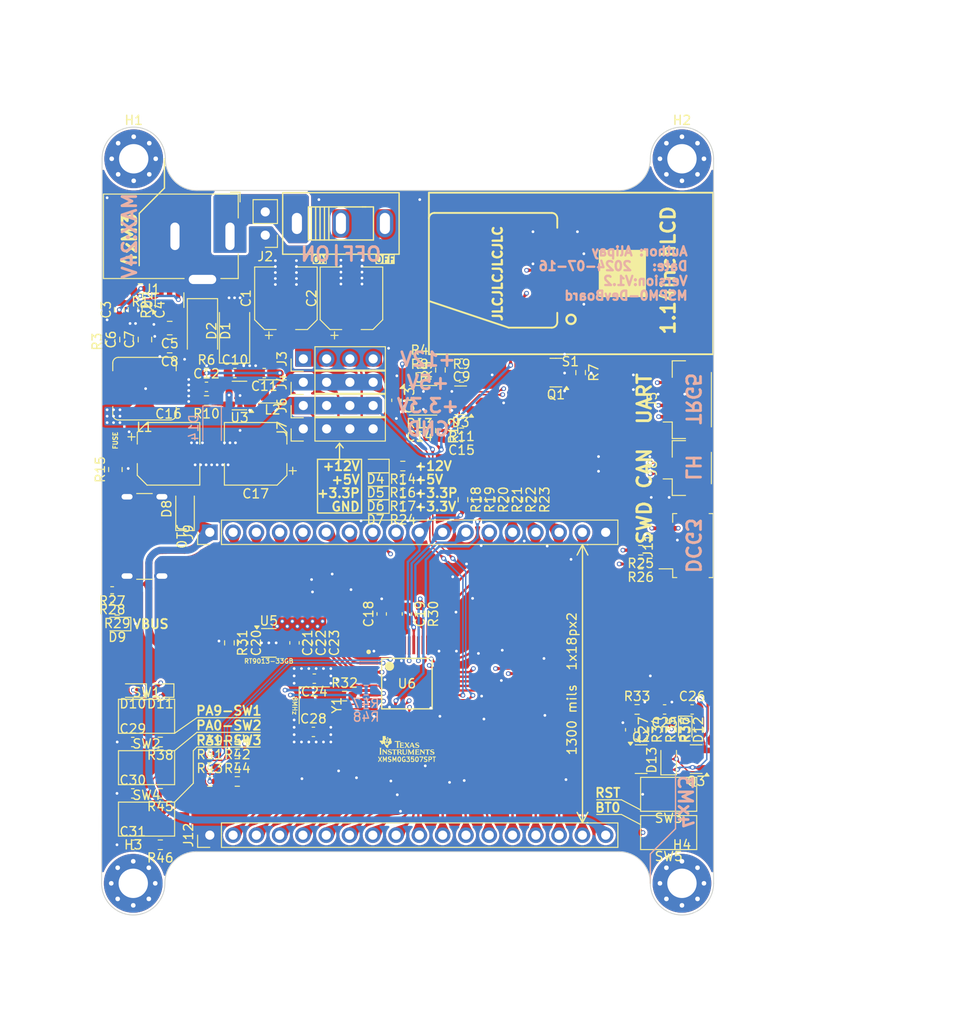
<source format=kicad_pcb>
(kicad_pcb (version 20240108) (generator "pcbnew") (generator_version "8.0")
  (layers (0 "F.Cu" signal) (1 "In1.Cu" signal) (2 "In2.Cu" signal) (31 "B.Cu" signal) (34 "B.Paste" user) (35 "F.Paste" user) (36 "B.SilkS" user "B.Silkscreen") (37 "F.SilkS" user "F.Silkscreen") (38 "B.Mask" user) (39 "F.Mask" user) (44 "Edge.Cuts" user))
  (net 0 "")
  (net 4 "/NRST")
  (net 5 "GND")
  (net 6 "VBUS")
  (net 7 "+5V")
  (net 8 "+3.3V")
  (net 9 "+12V")
  (net 10 "Net-(C3-Pad1)")
  (net 11 "Net-(U2-FB)")
  (net 12 "Net-(U3-FB)")
  (net 13 "Net-(U2-SW)")
  (net 14 "/PA19_SWDIO")
  (net 15 "/PA20_SWCLK")
  (net 16 "Net-(Q1-B)")
  (net 17 "Net-(Q1-C)")
  (net 18 "/LCD_BLK")
  (net 19 "/LCD_RES")
  (net 20 "/LCD_DC")
  (net 21 "/LCD_CS")
  (net 22 "/LCD_CLK")
  (net 23 "/LCD_SDA")
  (net 24 "/HFXIN")
  (net 25 "/HFXOUT")
  (net 26 "Net-(U2-BOOT)")
  (net 27 "Net-(D1-K)")
  (net 28 "/CANFD_RX")
  (net 29 "/CANFD_TX")
  (net 30 "/VREF+")
  (net 31 "/PB20_A0_6")
  (net 32 "/PB24_A0_5")
  (net 33 "/PB19_A1_6")
  (net 34 "/PB18_A1_5")
  (net 35 "/PB17_A1_4")
  (net 36 "Net-(J8-Pin_1)")
  (net 37 "Net-(U6-VCORE)")
  (net 38 "Net-(U5-VIN)")
  (net 39 "Net-(D13-K)")
  (net 40 "Net-(Q2-B)")
  (net 41 "Net-(D4-K)")
  (net 42 "Net-(D6-K)")
  (net 43 "Net-(D9-A)")
  (net 44 "Net-(D10-K)")
  (net 45 "Net-(D11-K)")
  (net 46 "Net-(D13-A)")
  (net 47 "Net-(J2-Pin_2)")
  (net 48 "/SW1")
  (net 49 "/PA9")
  (net 50 "/SW2")
  (net 51 "/SW3")
  (net 52 "Net-(D5-K)")
  (net 53 "Net-(J10-CC1)")
  (net 54 "Net-(J10-CC2)")
  (net 55 "Net-(U3-LX)")
  (net 56 "Net-(Q3-C)")
  (net 57 "Net-(U4-TXD)")
  (net 58 "Net-(U4-CANH)")
  (net 59 "Net-(D7-K)")
  (net 60 "Net-(U4-STB)")
  (net 61 "/PA3")
  (net 62 "/PA4")
  (net 63 "/PB14")
  (net 64 "/BSL_invoke")
  (net 65 "/PA31")
  (net 66 "/PA26_A0_1")
  (net 67 "/PB15")
  (net 68 "/PA22_A0_7")
  (net 69 "/PB9")
  (net 70 "/PB6")
  (net 71 "/PA7")
  (net 72 "/PA14")
  (net 73 "/PB2")
  (net 74 "/PA25_A0_2")
  (net 75 "/PA16_A1_1")
  (net 76 "/PA15_A1_0")
  (net 77 "/PB3")
  (net 78 "/PB16")
  (net 79 "/PA24_A0_3")
  (net 80 "/PA28")
  (net 81 "/PB8")
  (net 82 "/PA27_A0_0")
  (net 83 "/PB7")
  (net 84 "Net-(R11-Pad2)")
  (net 85 "Net-(J8-Pin_2)")
  (net 86 "Net-(U4-CANL)")
  (net 87 "+3.3VP")
  (net 88 "Net-(U4-RXD)")
  (net 89 "Net-(U6-PA20_SWCLK)")
  (net 90 "Net-(U6-PA19_SWDIO)")
  (net 91 "Net-(U6-PA2_ROSC)")
  (net 128 "/PA0")
  (net 129 "/PA1")
  (net 130 "/PA10")
  (net 131 "/PA11")
  (net 132 "/PA8")
  (net 133 "Net-(R38-Pad1)")
  (net 134 "Net-(R45-Pad1)")
  (net 135 "Net-(R46-Pad1)")
  (footprint "Capacitor_SMD:C_0603_1608Metric" (layer "F.Cu") (at 122.224999 44.099999 -90)
    (property "Reference" "C4")
    (property "Value" "100nF")
  )
  (footprint "1kicad_lceda:焊接式_TFT_1.14_135X240_13PIN" (layer "F.Cu") (at 168.5 40.15)
    (property "Reference" "S1")
    (property "Value" "~")
  )
  (footprint "Capacitor_SMD:C_0603_1608Metric" (layer "F.Cu") (at 140.4 90.1)
    (property "Reference" "C28")
    (property "Value" "12pF")
  )
  (footprint "Resistor_SMD:R_0603_1608Metric" (layer "F.Cu") (at 123.7 96.8 180)
    (property "Reference" "R45")
    (property "Value" "100")
  )
  (footprint "Resistor_SMD:R_0603_1608Metric" (layer "F.Cu") (at 118.224998 47.574999 90)
    (property "Reference" "R3")
    (property "Value" "49.9")
  )
  (footprint "Resistor_SMD:R_0603_1608Metric" (layer "F.Cu") (at 121.524999 41.8 180)
    (property "Reference" "R1")
    (property "Value" "100k")
  )
  (footprint "Diode_SMD:D_SMF" (layer "F.Cu") (at 126.4 65.8 90)
    (property "Reference" "D8")
    (property "Value" "SMF5V0A")
  )
  (footprint "Resistor_SMD:R_0603_1608Metric" (layer "F.Cu") (at 177.9584 89.87 -90)
    (property "Reference" "R35")
    (property "Value" "10k")
  )
  (footprint "Resistor_SMD:R_0603_1608Metric" (layer "F.Cu") (at 156.55625 51.468749)
    (property "Reference" "R9")
    (property "Value" "62")
  )
  (footprint "Capacitor_SMD:C_0805_2012Metric" (layer "F.Cu") (at 124.724999 48.065 180)
    (property "Reference" "C8")
    (property "Value" "22uF")
  )
  (footprint "LED_SMD:LED_0603_1608Metric" (layer "F.Cu") (at 147.1794 62.6036 180)
    (property "Reference" "D5")
    (property "Value" "LED")
  )
  (footprint "Capacitor_SMD:CP_Elec_6.3x5.4" (layer "F.Cu") (at 124.6 59.8)
    (property "Reference" "C16")
    (property "Value" "47uF 25V")
  )
  (footprint "Resistor_SMD:R_0603_1608Metric" (layer "F.Cu") (at 176.4584 89.87 -90)
    (property "Reference" "R34")
    (property "Value" "10k")
  )
  (footprint "Crystal:Crystal_SMD_3225-4Pin_3.2x2.5mm" (layer "F.Cu") (at 140.5 87.2 -90)
    (property "Reference" "Y1")
    (property "Value" "8MHz ±10ppm 12pF")
  )
  (footprint "Capacitor_SMD:C_0603_1608Metric" (layer "F.Cu") (at 120.7 102.4)
    (property "Reference" "C31")
    (property "Value" "100nF")
  )
  (footprint "Capacitor_SMD:C_0603_1608Metric" (layer "F.Cu") (at 178.7084 87.6534 180)
    (property "Reference" "C25")
    (property "Value" "100nF")
  )
  (footprint "Inductor_SMD:L_Changjiang_FNR252012S" (layer "F.Cu") (at 135.937499 53 180)
    (property "Reference" "L2")
    (property "Value" "2.2uH")
  )
  (footprint "Package_TO_SOT_SMD:SOT-23" (layer "F.Cu") (at 182.15 93.07 180)
    (property "Reference" "Q3")
    (property "Value" "S8050")
  )
  (footprint "Resistor_SMD:R_0603_1608Metric" (layer "F.Cu") (at 158.2 64.8 -90)
    (property "Reference" "R19")
    (property "Value" "0R")
  )
  (footprint "Resistor_SMD:R_0603_1608Metric" (layer "F.Cu") (at 132.1 95.5)
    (property "Reference" "R44")
    (property "Value" "100k")
  )
  (footprint "Resistor_SMD:R_0603_1608Metric" (layer "F.Cu") (at 151.98125 49.931249)
    (property "Reference" "R4")
    (property "Value" "33")
  )
  (footprint "Resistor_SMD:R_0603_1608Metric" (layer "F.Cu") (at 150.15 62.6036 180)
    (property "Reference" "R16")
    (property "Value" "10k")
  )
  (footprint "Package_TO_SOT_SMD:SOT-23-5" (layer "F.Cu") (at 135.5375 80.4)
    (property "Reference" "U5")
    (property "Value" "RT9013-33GB")
  )
  (footprint "MountingHole:MountingHole_3.2mm_M3_Pad_Via" (layer "F.Cu") (at 180.6 27.65)
    (property "Reference" "H2")
    (property "Value" "MountingHole_Pad")
  )
  (footprint "Capacitor_SMD:C_0805_2012Metric" (layer "F.Cu") (at 124.724999 46.1 180)
    (property "Reference" "C5")
    (property "Value" "100nF")
  )
  (footprint "Package_TO_SOT_SMD:SOT-23-5" (layer "F.Cu") (at 132.3375 53.45 180)
    (property "Reference" "U3")
    (property "Value" "SY8089")
  )
  (footprint "LED_SMD:LED_0603_1608Metric" (layer "F.Cu") (at 180.9584 89.870001 -90)
    (property "Reference" "D12")
    (property "Value" "LED")
  )
  (footprint "Capacitor_SMD:C_0603_1608Metric" (layer "F.Cu") (at 138.3375 80.4 -90)
    (property "Reference" "C21")
    (property "Value" "1uF")
  )
  (footprint "Resistor_SMD:R_0603_1608Metric" (layer "F.Cu") (at 156.71 64.8 -90)
    (property "Reference" "R18")
    (property "Value" "0R")
  )
  (footprint "Resistor_SMD:R_0603_1608Metric" (layer "F.Cu") (at 129.1 94)
    (property "Reference" "R41")
    (property "Value" "0R")
  )
  (footprint "Resistor_SMD:R_0603_1608Metric" (layer "F.Cu") (at 128.7375 51)
    (property "Reference" "R6")
    (property "Value" "68k")
  )
  (footprint "Resistor_SMD:R_0603_1608Metric" (layer "F.Cu") (at 182.4584 89.87 90)
    (property "Reference" "R37")
    (property "Value" "10k")
  )
  (footprint "MyPic:TI_LOGO" (layer "F.Cu") (at 150.5966 91.567)
    (property "Reference" "G***" (hide yes))
    (property "Value" "LOGO" (hide yes))
  )
  (footprint "Resistor_SMD:R_0402_1005Metric" (layer "F.Cu") (at 118.45 74.660001 180)
    (property "Reference" "R27")
    (property "Value" "5.1k")
  )
  (footprint "Connector_BarrelJack:BarrelJack_Horizontal" (layer "F.Cu") (at 131.3 36.1)
    (property "Reference" "J1")
    (property "Value" "Barrel_Jack_Switch_Pin3Ring")
  )
  (footprint "Capacitor_SMD:C_0603_1608Metric" (layer "F.Cu") (at 120.7 96.8)
    (property "Reference" "C30")
    (property "Value" "100nF")
  )
  (footprint "MountingHole:MountingHole_3.2mm_M3_Pad_Via" (layer "F.Cu") (at 120.8 27.65)
    (property "Reference" "H1")
    (property "Value" "MountingHole_Pad")
  )
  (footprint "LED_SMD:LED_0603_1608Metric" (layer "F.Cu") (at 123.7 85.6 180)
    (property "Reference" "D11")
    (property "Value" "LED")
  )
  (footprint "Capacitor_SMD:C_0603_1608Metric" (layer "F.Cu") (at 151.98125 56.468749 180)
    (property "Reference" "C14")
    (property "Value" "1uF")
  )
  (footprint "Resistor_SMD:R_0603_1608Metric" (layer "F.Cu") (at 150.15 64.0768 180)
    (property "Reference" "R17")
    (property "Value" "10k")
  )
  (footprint "Resistor_SMD:R_0603_1608Metric" (layer "F.Cu") (at 175.7084 87.6534)
    (property "Reference" "R33")
    (property "Value" "10k")
  )
  (footprint "Connector_PinHeader_2.54mm:PinHeader_1x04_P2.54mm_Vertical" (layer "F.Cu") (at 139.3 54.54 90)
    (property "Reference" "J6")
    (property "Value" "Conn_01x04_Pin")
  )
  (footprint "Resistor_SMD:R_0603_1608Metric" (layer "F.Cu") (at 119.224999 44.1 90)
    (property "Reference" "C3")
    (property "Value" "75pF")
  )
  (footprint "Diode_SMD:D_SMA" (layer "F.Cu") (at 128.3 46.4 -90)
    (property "Reference" "D1")
    (property "Value" "SS34")
  )
  (footprint "Capacitor_SMD:C_0603_1608Metric" (layer "F.Cu") (at 181.7084 87.6534)
    (property "Reference" "C26")
    (property "Value" "100nF")
  )
  (footprint "Package_SON:HVSON-8-1EP_3x3mm_P0.65mm_EP1.6x2.4mm" (layer "F.Cu") (at 152.36875 53.968749)
    (property "Reference" "U4")
    (property "Value" "TJA1044GTK/3Z")
  )
  (footprint "Resistor_SMD:R_0402_1005Metric" (layer "F.Cu") (at 118.45 75.6 180)
    (property "Reference" "R28")
    (property "Value" "5.1k")
  )
  (footprint "Resistor_SMD:R_0603_1608Metric" (layer "F.Cu") (at 123.7 102.4 180)
    (property "Reference" "R46")
    (property "Value" "100")
  )
  (footprint "Resistor_SMD:R_0603_1608Metric" (layer "F.Cu") (at 131.2375 80.4 -90)
    (property "Reference" "R31")
    (property "Value" "0R")
  )
  (footprint "Resistor_SMD:R_0603_1608Metric" (layer "F.Cu") (at 123.7 91.2 180)
    (property "Reference" "R38")
    (property "Value" "100")
  )
  (footprint "Resistor_SMD:R_0603_1608Metric" (layer "F.Cu") (at 159.7 64.8 -90)
    (property "Reference" "R20")
    (property "Value" "0R")
  )
  (footprint "Connector_PinHeader_2.54mm:PinHeader_1x04_P2.54mm_Vertical" (layer "F.Cu") (at 139.3 52 90)
    (property "Reference" "J4")
    (property "Value" "Conn_01x04_Pin")
  )
  (footprint "Resistor_SMD:R_0603_1608Metric" (layer "F.Cu") (at 129.1 92.5)
    (property "Reference" "R39")
    (property "Value" "0R")
  )
  (footprint "Capacitor_SMD:C_0603_1608Metric" (layer "F.Cu") (at 156.55625 49.968749 180)
    (property "Reference" "C9")
    (property "Value" "56pF")
  )
  (footprint "Package_TO_SOT_SMD:SOT-23-6" (layer "F.Cu") (at 124.714999 43.05 90)
    (property "Reference" "U2")
    (property "Value" "TPS54302")
  )
  (footprint "Capacitor_SMD:C_0603_1608Metric" (layer "F.Cu") (at 139.8 80.4 -90)
    (property "Reference" "C22")
    (property "Value" "100nF")
  )
  (footprint "Button_Switch_SMD:SW_SPST_CK_RS282G05A3" (layer "F.Cu") (at 122.2 88.4)
    (property "Reference" "SW1")
    (property "Value" "SW_Push")
  )
  (footprint "Capacitor_SMD:CP_Elec_6.3x5.4" (layer "F.Cu") (at 137.4 42.85 90)
    (property "Reference" "C1")
    (property "Value" "47uF 25V")
  )
  (footprint "Capacitor_SMD:C_0805_2012Metric" (layer "F.Cu") (at 120.014999 47.349999 90)
    (property "Reference" "C6")
    (property "Value" "22uF")
  )
  (footprint "Capacitor_SMD:C_0603_1608Metric" (layer "F.Cu") (at 135.0375 51 180)
    (property "Reference" "C11")
    (property "Value" "22uF")
  )
  (footprint "Capacitor_SMD:C_0603_1608Metric" (layer "F.Cu") (at 150.6 77.25 -90)
    (property "Reference" "C19")
    (property "Value" "1uF")
  )
  (footprint "Button_Switch_SMD:SW_SPST_CK_RS282G05A3" (layer "F.Cu") (at 122.2 94)
    (property "Reference" "SW2")
    (property "Value" "SW_Push")
  )
  (footprint "Diode_SMD:D_SMA" (layer "F.Cu") (at 131.8 46.4 90)
    (property "Reference" "D2")
    (property "Value" "SMAJ12A")
  )
  (footprint "Resistor_SMD:R_0603_1608Metric" (layer "F.Cu") (at 176.1 70.3 180)
    (property "Reference" "R25")
    (property "Value" "33")
  )
  (footprint "Capacitor_SMD:C_0603_1608Metric" (layer "F.Cu") (at 149.45625 53.968749 -90)
    (property "Reference" "C13")
    (property "Value" "1uF")
  )
  (footprint "Button_Switch_SMD:SW_SPST_CK_RS282G05A3" (layer "F.Cu") (at 179.15 101.07 180)
    (property "Reference" "SW5")
    (property "Value" "SW_Push")
  )
  (footprint "Connector_JST:JST_GH_SM04B-GHS-TB_1x04-1MP_P1.25mm_Horizontal" (layer "F.Cu") (at 181.25 53.9 90)
    (property "Reference" "J5")
    (property "Value" "Conn_01x04_MountingPin")
  )
  (footprint "Resistor_SMD:R_0603_1608Metric" (layer "F.Cu") (at 156.55625 56.468749 180)
    (property "Reference" "R11")
    (property "Value" "62")
  )
  (footprint "Capacitor_SMD:C_0603_1608Metric" (layer "F.Cu") (at 156.55625 57.968749 180)
    (property "Reference" "C15")
    (property "Value" "56pF")
  )
  (footprint "Resistor_SMD:R_0603_1608Metric" (layer "F.Cu") (at 128.7375 54 180)
    (property "Reference" "R10")
    (property "Value" "15k")
  )
  (footprint "Capacitor_SMD:CP_Elec_6.3x5.4" (layer "F.Cu") (at 144.549999 42.85 90)
    (property "Reference" "C2")
    (property "Value" "47uF 25V")
  )
  (footprint "Resistor_SMD:R_0603_1608Metric" (layer "F.Cu") (at 132.1 94)
    (property "Reference" "R42")
    (property "Value" "100k")
  )
  (footprint "Capacitor_SMD:C_0603_1608Metric" (layer "F.Cu") (at 140.5 84.3 180)
    (property "Reference" "C24")
    (property "Value" "12pF")
  )
  (footprint "LED_SMD:LED_0603_1608Metric" (layer "F.Cu") (at 119 78.35 180)
    (property "Reference" "D9")
    (property "Value" "LED")
  )
  (footprint "MountingHole:MountingHole_3.2mm_M3_Pad_Via" (layer "F.Cu") (at 180.6 106.6)
    (property "Reference" "H4")
    (property "Value" "MountingHole_Pad")
  )
  (footprint "Connector_PinHeader_2.54mm:PinHeader_1x04_P2.54mm_Vertical" (layer "F.Cu") (at 139.3 57.08 90)
    (property "Reference" "J7")
    (property "Value" "Conn_01x04_Pin")
  )
  (footprint "Capacitor_SMD:CP_Elec_6.3x5.4" (layer "F.Cu") (at 134.1 59.8 180)
    (property "Reference" "C17")
    (property "Value" "47uF 25V")
  )
  (footprint "Resistor_SMD:R_0603_1608Metric" (layer "F.Cu") (at 120.724998 44.099999 -90)
    (property "Reference" "R2")
    (property "Value" "13.3k")
  )
  (footprint "Resistor_SMD:R_0603_1608Metric" (layer "F.Cu") (at 176.1 71.810001 180)
    (property "Reference" "R26")
    (property "Value" "33")
  )
  (footprint "Resistor_SMD:R_0603_1608Metric" (layer "F.Cu") (at 129.1 95.5)
    (property "Reference" "R43")
    (property "Value" "0R")
  )
  (footprint "Resistor_SMD:R_0603_1608Metric" (layer "F.Cu") (at 154.25625 57.268749 -90)
    (property "Reference" "R12")
    (property "Value" "100")
  )
  (footprint "LED_SMD:LED_0603_1608Metric" (layer "F.Cu") (at 147.1794 65.552 180)
    (property "Reference" "D7")
    (property "Value" "LED")
  )
  (footprint "Capacitor_SMD:C_0603_1608Metric" (layer "F.Cu") (at 147.85 77.25 90)
    (property "Reference" "C18")
    (property "Value" "1uF")
  )
  (footprint "Package_TO_SOT_SMD:SOT-23" (layer "F.Cu") (at 176.15 93.07)
    (property "Reference" "Q2")
    (property "Value" "S8050")
  )
  (footprint "Resistor_SMD:R_0805_2012Metric" (layer "F.Cu") (at 118.8 61.5125 90)
    (property "Reference" "R15")
    (property "Value" "0R")
  )
  (footprint "Capacitor_SMD:C_0603_1608Metric" (layer "F.Cu") (at 120.7 91.2)
    (property "Reference" "C29")
    (property "Value" "100nF")
  )
  (footprint "Package_TO_SOT_SMD:SOT-23" (layer "F.Cu") (at 166.85 50.95 180)
    (property "Reference" "Q1")
    (property "Value" "S8050")
  )
  (footprint "Capacitor_SMD:C_0603_1608Metric" (layer "F.Cu") (at 132.7375 80.4 -90)
    (property "Reference" "C20")
    (property "Value" "1uF")
  )
  (footprint "LED_SMD:LED_0603_1608Metric" (layer "F.Cu") (at 147.1794 61.1304 180)
    (property "Reference" "D4")
    (property "Value" "LED")
  )
  (footprint "Resistor_SMD:R_0603_1608Metric" (layer "F.Cu") (at 164.2 64.8 -90)
    (property "Reference" "R23")
    (property "Value" "1k")
  )
  (footprint "1MyFootPrint:L_7.3x6.6mm" (layer "F.Cu") (at 121.975 52.7 180)
    (property "Reference" "L1")
    (property "Value" "10uH")
  )
  (footprint "LED_SMD:LED_0603_1608Metric" (layer "F.Cu") (at 120.7 85.6 180)
    (property "Reference" "D10")
    (property "Value" "LED")
  )
  (footprint "Connector_USB:USB_C_Receptacle_GCT_USB4125-xx-x_6P_TopMnt_Horizontal" (layer "F.Cu") (at 120.875 68.8 -90)
    (property "Reference" "J10")
    (property "Value" "USB_C_Receptacle_PowerOnly_6P")
  )
  (footprint "Resistor_SMD:R_0603_1608Metric" (layer "F.Cu") (at 151.98125 57.931249)
    (property "Reference" "R13")
    (property "Value" "33")
  )
  (footprint "Capacitor_SMD:C_0603_1608Metric" (layer "F.Cu") (at 128.7375 52.5)
    (property "Reference" "C12")
    (property "Value" "22pF")
  )
  (footprint "Button_Switch_SMD:SW_SPST_CK_RS282G05A3" (layer "F.Cu") (at 122.2 99.6)
    (property "Reference" "SW4")
    (property "Value" "SW_Push")
  )
  (footprint "Capacitor_SMD:C_0603_1608Metric" (layer "F.Cu") (at 141.25 80.4 -90)
    (property "Reference" "C23")
    (property "Value" "10uF")
  )
  (footprint "Capacitor_SMD:C_0603_1608Metric" (layer "F.Cu") (at 131.8375 51)
    (property "Reference" "C10")
    (property "Value" "22uF")
  )
  (footprint "LED_SMD:LED_0603_1608Metric" (layer "F.Cu") (at 147.1794 64.0768 180)
    (property "Reference" "D6")
    (property "Value" "LED")
  )
  (footprint "Connector_PinHeader_2.54mm:PinHeader_1x18_P2.54mm_Vertical" (layer "F.Cu") (at 129.1 101.35 90)
    (property "Reference" "J12")
    (property "Value" "Conn_01x18_Pin")
  )
  (footprint "Connector_Molex:Molex_PicoBlade_53261-0471_1x04-1MP_P1.25mm_Horizontal" (layer "F.Cu") (at 181.3 69.8 90)
    (property "Reference" "J11")
    (property "Value" "Conn_01x04_MountingPin")
  )
  (footprint "Resistor_SMD:R_0603_1608Metric" (layer "F.Cu") (at 152.059999 77.25 -90)
    (property "Reference" "R30")
    (property "Value" "0R")
  )
  (footprint "1TI:PT0048A-IPC_A" (layer "F.Cu") (at 150.6 84.84)
    (property "Reference" "U6")
    (property "Value" "XMSM0G3507SPT")
  )
  (footprint "Resistor_SMD:R_0603_1608Metric" (layer "F.Cu") (at 169.55 50.95 -90)
    (property "Reference" "R7")
    (property "Value" "1k")
  )
  (footprint "Resistor_SMD:R_0603_1608Metric" (layer "F.Cu") (at 151.98125 51.468749)
    (property "Reference" "R8")
    (property "Value" "1k")
  )
  (footprint "Package_TO_SOT_SMD:SOT-23" (layer "F.Cu") (at 156.45625 53.968749 180)
    (property "Reference" "D3")
    (property "Value" "NUP2105L")
  )
  (footprint "Diode_SMD:D_SOD-323" (layer "F.Cu") (at 179.15 93.17 90)
    (property "Reference" "D13")
    (property "Value" "1N4148W")
  )
  (footprint "Connector_PinHeader_2.54mm:PinHeader_1x02_P2.54mm_Vertical" (layer "F.Cu") (at 135.15 35.975 180)
    (property "Reference" "J2")
    (property "Value" "Conn_01x02_Pin")
  )
  (footprint "Resistor_SMD:R_0603_1608Metric" (layer "F.Cu") (at 150.15 65.55 180)
    (property "Reference" "R24")
    (property "Value" "10k")
  )
  (footprint "Connector_PinHeader_2.54mm:PinHeader_1x04_P2.54mm_Vertical" (layer "F.Cu") (at 139.3 49.46 90)
    (property "Reference" "J3")
    (property "Value" "Conn_01x04_Pin")
  )
  (footprint "Resistor_SMD:R_0603_1608Metric" (layer "F.Cu") (at 154.25625 50.668749 90)
    (property "Reference" "R5")
    (property "Value" "100")
  )
  (footprint "Capacitor_SMD:C_0805_2012Metric" (layer "F.Cu") (at 122.024999 47.35 90)
    (property "Reference" "C7")
    (property "Value" "22uF")
  )
  (footprint "Resistor_SMD:R_0603_1608Metric" (layer "F.Cu") (at 119 76.85 180)
    (property "Reference" "R29")
    (property "Value" "10k")
  )
  (footprint "Connector_JST:JST_GH_SM02B-GHS-TB_1x02-1MP_P1.25mm_Horizontal" (layer "F.Cu") (at 181.25 61.35 90)
    (property "Reference" "J8")
    (property "Value" "Conn_01x02_MountingPin")
  )
  (footprint "Capacitor_SMD:C_0603_1608Metric" (layer "F.Cu") (at 174.9584 89.87 -90)
    (property "Reference" "C27")
    (property "Value" "100nF")
  )
  (footprint "MountingHole:MountingHole_3.2mm_M3_Pad_Via" (layer "F.Cu") (at 120.75 106.6)
    (property "Reference" "H3")
    (property "Value" "MountingHole_Pad")
  )
  (footprint "Connector_PinHeader_2.54mm:PinHeader_1x18_P2.54mm_Vertical" (layer "F.Cu") (at 129.1 68.35 90)
    (property "Reference" "J9")
    (property "Value" "Conn_01x18_Pin")
  )
  (footprint "Resistor_SMD:R_0603_1608Metric" (layer "F.Cu") (at 143.8 86.2)
    (property "Reference" "R32")
    (property "Value" "100k ±0.1% 25ppm")
  )
  (footprint "Resistor_SMD:R_0603_1608Metric" (layer "F.Cu") (at 132.1 92.5)
    (property "Reference" "R40")
    (property "Value" "100k")
  )
  (footprint "Resistor_SMD:R_0603_1608Metric" (layer "F.Cu") (at 162.7 64.8 -90)
    (property "Reference" "R22")
    (property "Value" "0R")
  )
  (footprint "Resistor_SMD:R_0603_1608Metric" (layer "F.Cu") (at 150.15 61.1304 180)
    (property "Reference" "R14")
    (property "Value" "10k")
  )
  (footprint "Button_Switch_SMD:SW_SPST_CK_RS282G05A3" (layer "F.Cu") (at 179.15 96.9 180)
    (property "Reference" "SW3")
    (property "Value" "SW_Push")
  )
  (footprint "1MyFootPrint:SW-TH_SHOU-HAN_SS12D10G4" (layer "F.Cu") (at 143.4 34.7)
    (property "Reference" "U1" (hide yes))
    (property "Value" "HX_SS12D10G4")
  )
  (footprint "Resistor_SMD:R_0603_1608Metric" (layer "F.Cu") (at 161.2 64.8 -90)
    (property "Reference" "R21")
    (property "Value" "0R")
  )
  (footprint "Resistor_SMD:R_0603_1608Metric" (layer "F.Cu") (at 179.4584 89.87 -90)
    (property "Reference" "R36")
    (property "Value" "1k")
  )
  (footprint "Diode_SMD:D_SMF" (layer "B.Cu") (at 129.35 56.95 -90)
    (property "Reference" "D14")
    (property "Value" "SMF5V0A")
  )
  (footprint "Resistor_SMD:R_0603_1608Metric" (layer "B.Cu") (at 146.15 87.05)
    (property "Reference" "R48")
    (property "Value" "10k")
  )
  (footprint "Resistor_SMD:R_0603_1608Metric" (layer "B.Cu") (at 146.15 85.55)
    (property "Reference" "R47")
    (property "Value" "10k")
  )
  (gr_circle (center 164.05 37) (end 163.75 36.7) (stroke (width 0.2)) (fill solid) (layer "F.Cu") (net 87))
  (gr_line (start 177.15 103.4) (end 179.9 100.65) (stroke (width 0.15)) (layer "B.SilkS"))
  (gr_line (start 177.15 106.6) (end 177.15 103.4) (stroke (width 0.15)) (layer "B.SilkS"))
  (gr_line (start 179.9 100.65) (end 179.9 94.95) (stroke (width 0.15)) (layer "B.SilkS"))
  (gr_line (start 124.15 30.85) (end 121.4 33.6) (stroke (width 0.15)) (layer "F.SilkS"))
  (gr_line (start 174 99.1) (end 171.3 99.1) (stroke (width 0.12)) (layer "F.SilkS"))
  (gr_line (start 121.4 33.6) (end 121.4 39.3) (stroke (width 0.15)) (layer "F.SilkS"))
  (gr_line (start 127.7 90.15) (end 134.6 90.15) (stroke (width 0.12)) (layer "F.SilkS"))
  (gr_rect (start 140.85 60.4) (end 145.65 66.25) (stroke (width 0.15)) (fill none) (layer "F.SilkS"))
  (gr_line (start 125.26 97.75) (end 127.3 95.7) (stroke (width 0.12)) (layer "F.SilkS"))
  (gr_line (start 127.7 88.55) (end 134.6 88.55) (stroke (width 0.12)) (layer "F.SilkS"))
  (gr_line (start 143.25 60.4) (end 143.25 58.65) (stroke (width 0.15)) (layer "F.SilkS"))
  (gr_line (start 176.1 100.2) (end 174 99.1) (stroke (width 0.12)) (layer "F.SilkS"))
  (gr_rect (start 171.6 37.65) (end 176.6 42.65) (stroke (width 0.15)) (fill solid) (layer "F.SilkS"))
  (gr_line (start 127.3 92.15) (end 127.7 91.75) (stroke (width 0.12)) (layer "F.SilkS"))
  (gr_line (start 127.7 91.75) (end 134.6 91.75) (stroke (width 0.12)) (layer "F.SilkS"))
  (gr_line (start 125.26 92.15) (end 127.7 90.15) (stroke (width 0.12)) (layer "F.SilkS"))
  (gr_line (start 176.1 98.6) (end 174 97.5) (stroke (width 0.12)) (layer "F.SilkS"))
  (gr_line (start 125.26 90.25) (end 127.7 88.55) (stroke (width 0.12)) (layer "F.SilkS"))
  (gr_line (start 127.3 95.7) (end 127.3 92.15) (stroke (width 0.12)) (layer "F.SilkS"))
  (gr_line (start 143.25 58.65) (end 143.65 59.15) (stroke (width 0.15)) (layer "F.SilkS"))
  (gr_line (start 174 97.5) (end 171.3 97.5) (stroke (width 0.12)) (layer "F.SilkS"))
  (gr_line (start 143.25 58.65) (end 142.85 59.15) (stroke (width 0.15)) (layer "F.SilkS"))
  (gr_line (start 124.15 27.65) (end 124.15 30.85) (stroke (width 0.15)) (layer "F.SilkS"))
  (gr_arc (start 184.05 106.6) (mid 180.6 110.05) (end 177.15 106.6) (stroke (width 0.1)) (layer "Edge.Cuts"))
  (gr_arc (start 177.15 27.65) (mid 180.599999 24.200001) (end 184.05 27.65) (stroke (width 0.1)) (layer "Edge.Cuts"))
  (gr_arc (start 117.35 27.65) (mid 120.8 24.200001) (end 124.25 27.65) (stroke (width 0.1)) (layer "Edge.Cuts"))
  (gr_arc (start 177.15 27.65) (mid 176.139518 30.089518) (end 173.7 31.1) (stroke (width 0.1)) (layer "Edge.Cuts"))
  (gr_arc (start 124.2 106.6) (mid 120.75 110.05) (end 117.3 106.6) (stroke (width 0.1)) (layer "Edge.Cuts"))
  (gr_line (start 127.7 31.1) (end 173.7 31.1) (stroke (width 0.1)) (layer "Edge.Cuts"))
  (gr_arc (start 124.2 106.6) (mid 125.210482 104.160482) (end 127.65 103.15) (stroke (width 0.1)) (layer "Edge.Cuts"))
  (gr_arc (start 173.7 103.15) (mid 176.139518 104.160482) (end 177.15 106.6) (stroke (width 0.1)) (layer "Edge.Cuts"))
  (gr_line (start 184.05 27.65) (end 184.05 106.6) (stroke (width 0.1)) (layer "Edge.Cuts"))
  (gr_arc (start 127.7 31.1) (mid 125.260482 30.089518) (end 124.25 27.65) (stroke (width 0.1)) (layer "Edge.Cuts"))
  (gr_line (start 173.7 103.15) (end 127.65 103.15) (stroke (width 0.1)) (layer "Edge.Cuts"))
  (gr_line (start 117.35 27.65) (end 117.3 106.6) (stroke (width 0.1)) (layer "Edge.Cuts"))
  (gr_text "DCG3" (at 181.8 69.8 -90) (layer "B.SilkS") (effects (font (size 1.5 1.5) (thickness 0.3) (bold yes)) (justify mirror)))
  (gr_text "+5V" (at 152.9 52.033333 0) (layer "B.SilkS") (effects (font (size 1.5 1.5) (thickness 0.3) (bold yes)) (justify mirror)))
  (gr_text "GND" (at 152.9 57.099999 0) (layer "B.SilkS") (effects (font (size 1.5 1.5) (thickness 0.3) (bold yes)) (justify mirror)))
  (gr_text "+3.3V" (at 152.9 54.566666 0) (layer "B.SilkS") (effects (font (size 1.5 1.5) (thickness 0.3) (bold yes)) (justify mirror)))
  (gr_text "4xM3" (at 180.95 97.75 -90) (layer "B.SilkS") (effects (font (size 1.5 1.5) (thickness 0.3) (bold yes)) (justify mirror)))
  (gr_text "OFF|ON" (at 143.4 38.05 0) (layer "B.SilkS") (effects (font (size 1.5 1.5) (thickness 0.3) (bold yes)) (justify mirror)))
  (gr_text "+12V" (at 152.9 49.5 0) (layer "B.SilkS") (effects (font (size 1.5 1.5) (thickness 0.3) (bold yes)) (justify mirror)))
  (gr_text "Author: Alipay\nDate:   2024-07-16\nVersion:V1.2\nMSPM0-DevBoard" (at 181.35 40.15 0) (layer "B.SilkS") (effects (font (size 1 1) (thickness 0.25) (bold yes)) (justify left mirror)))
  (gr_text "LH" (at 181.8 61.3 270) (layer "B.SilkS") (effects (font (size 1.5 1.5) (thickness 0.3) (bold yes)) (justify mirror)))
  (gr_text "MAX:24V" (at 120.35 36.05 90) (layer "B.SilkS") (effects (font (size 1.5 1.5) (thickness 0.3) (bold yes)) (justify mirror)))
  (gr_text "TRG5" (at 181.8 53.8 270) (layer "B.SilkS") (effects (font (size 1.5 1.5) (thickness 0.3) (bold yes)) (justify mirror)))
  (gr_text "RST\nBT0" (at 174 97.55 0) (layer "F.SilkS") (effects (font (size 1 1) (thickness 0.2) (bold yes)) (justify right)))
  (gr_text "GND" (at 145.5674 65.5574 0) (layer "F.SilkS") (effects (font (size 1 1) (thickness 0.2) (bold yes)) (justify right)))
  (gr_text "4xM3" (at 120.35 36.5 90) (layer "F.SilkS") (effects (font (size 1.5 1.5) (thickness 0.3) (bold yes))))
  (gr_text "SWD" (at 176.5 67.3 90) (layer "F.SilkS") (effects (font (size 1.5 1.5) (thickness 0.3) (bold yes))))
  (gr_text "ON" (at 141.1 38.2 0) (layer "F.SilkS" knockout) (effects (font (size 0.75 0.75) (thickness 0.125)) (justify top)))
  (gr_text "8MHz" (at 138.65 87.25 -90) (layer "F.SilkS") (effects (font (size 0.5 0.5) (thickness 0.1) (bold yes)) (justify top)))
  (gr_text "RT9013-33GB" (at 135.5375 82.1 0) (layer "F.SilkS") (effects (font (size 0.5 0.5) (thickness 0.1) (bold yes)) (justify top)))
  (gr_text "UART" (at 176.5 53.8 90) (layer "F.SilkS") (effects (font (size 1.5 1.5) (thickness 0.3) (bold yes))))
  (gr_text "XMSM0G3507SPT" (at 150.5966 92.8116 0) (layer "F.SilkS") (effects (font (size 0.5 0.5) (thickness 0.1) (bold yes)) (justify top)))
  (gr_text "OFF" (at 148.2 38.2 0) (layer "F.SilkS" knockout) (effects (font (size 0.75 0.75) (thickness 0.125)) (justify top)))
  (gr_text "VBUS" (at 120.5992 78.35 0) (layer "F.SilkS") (effects (font (size 1 1) (thickness 0.2) (bold yes)) (justify left)))
  (gr_text "CAN" (at 176.5 61.4 90) (layer "F.SilkS") (effects (font (size 1.5 1.5) (thickness 0.3) (bold yes))))
  (gr_text "+3.3P" (at 145.5674 64.0842 0) (layer "F.SilkS") (effects (font (size 1 1) (thickness 0.2) (bold yes)) (justify right)))
  (gr_text "+12V" (at 151.35 61.1268 0) (layer "F.SilkS") (effects (font (size 1 1) (thickness 0.2) (bold yes)) (justify left)))
  (gr_text "PA9-SW1\nPA0-SW2\nPA1-SW3" (at 127.5 89.4 0) (layer "F.SilkS") (effects (font (size 1 1) (thickness 0.2) (bold yes)) (justify left)))
  (gr_text "JLCJLCJLCJLC" (at 160.5 40.15 90) (layer "F.SilkS") (effects (font (size 1 1) (thickness 0.3) (bold yes))))
  (gr_text "+3.3P" (at 151.35 64.0732 0) (layer "F.SilkS") (effects (font (size 1 1) (thickness 0.2) (bold yes)) (justify left)))
  (gr_text "1.14inchLCD" (at 179.1 39.8 90) (layer "F.SilkS") (effects (font (size 1.5 1.5) (thickness 0.3) (bold yes))))
  (gr_text "+5V" (at 145.5674 62.611 0) (layer "F.SilkS") (effects (font (size 1 1) (thickness 0.2) (bold yes)) (justify right)))
  (gr_text "FUSE" (at 118.8 58.35 90) (layer "F.SilkS") (effects (font (size 0.5 0.5) (thickness 0.125) (bold yes))))
  (gr_text "+12V" (at 145.5674 61.1378 0) (layer "F.SilkS") (effects (font (size 1 1) (thickness 0.2) (bold yes)) (justify right)))
  (gr_text "+5V" (at 151.35 62.6 0) (layer "F.SilkS") (effects (font (size 1 1) (thickness 0.2) (bold yes)) (justify left)))
  (gr_text "+3.3V" (at 151.35 65.55 0) (layer "F.SilkS") (effects (font (size 1 1) (thickness 0.2) (bold yes)) (justify left)))
  (dimension (type aligned) (layer "F.SilkS") (pts (xy 169.75 69.7) (xy 169.75 100)) (height 0) (gr_text "1300 mils  1x18px2" (at 168.6 84.85 90) (layer "F.SilkS") (effects (font (size 1 1) (thickness 0.15)))) (format (prefix "") (suffix "  1x18px2") (units 1) (units_format 1) (precision 4) (override_value "1300")) (style (thickness 0.15) (arrow_length 1.27) (text_position_mode 0) (extension_height 0.58642) (extension_offset 0.5) keep_text_aligned))
  (segment (start 181.309222 94.4438) (end 180.2464 93.380978) (width 0.1524) (layer "F.Cu") (net 4))
  (segment (start 179.95 92.095) (end 179.95 93.07) (width 0.1524) (layer "F.Cu") (net 4))
  (segment (start 180.2464 93.380978) (end 180.2464 93.3664) (width 0.1524) (layer "F.Cu") (net 4))
  (segment (start 179.22 93.07) (end 177.087501 93.07) (width 0.1524) (layer "F.Cu") (net 4))
  (segment (start 177.2548 88.332) (end 177.2548 89.9914) (width 0.1524) (layer "F.Cu") (net 4))
  (segment (start 183.05 96.9) (end 183.05 95.37) (width 0.1524) (layer "F.Cu") (net 4))
  (segment (start 179.95 93.07) (end 179.22 93.07) (width 0.1524) (layer "F.Cu") (net 4))
  (segment (start 177.9334 87.6534) (end 177.2548 88.332) (width 0.1524) (layer "F.Cu") (net 4))
  (segment (start 177.9584 90.695) (end 178.587 91.3236) (width 0.1524) (layer "F.Cu") (net 4))
  (segment (start 146.424517 83.59) (end 147.89 83.59) (width 0.254) (layer "F.Cu") (net 4))
  (segment (start 178.587 91.3236) (end 179.1786 91.3236) (width 0.1524) (layer "F.Cu") (net 4))
  (segment (start 180.2464 93.3664) (end 179.95 93.07) (width 0.1524) (layer "F.Cu") (net 4))
  (segment (start 161.65 83.75) (end 174.03 83.75) (width 0.254) (layer "F.Cu") (net 4))
  (segment (start 183.05 95.37) (end 182.1238 94.443801) (width 0.1524) (layer "F.Cu") (net 4))
  (segment (start 182.1238 94.443801) (end 181.309222 94.4438) (width 0.1524) (layer "F.Cu") (net 4))
  (segment (start 177.2548 89.9914) (end 177.9584 90.695) (width 0.1524) (layer "F.Cu") (net 4))
  (segment (start 179.1786 91.3236) (end 179.95 92.095) (width 0.1524) (layer "F.Cu") (net 4))
  (via (at 180 93.05) (size 0.5) (drill 0.3) (layers "F.Cu" "B.Cu") (net 4))
  (via (at 161.65 83.75) (size 0.5) (drill 0.3) (layers "F.Cu" "B.Cu") (net 4))
  (via (at 147.89 83.59) (size 0.5) (drill 0.3) (layers "F.Cu" "B.Cu") (net 4))
  (arc (start 174.03 83.75) (mid 176.790121 84.893279) (end 177.9334 87.6534) (width 0.254) (layer "F.Cu") (net 4))
  (segment (start 138.133131 81.175) (end 138.3375 81.175) (width 0.762) (layer "F.Cu") (net 5))
  (segment (start 132.8561 53.449999) (end 132.4061 52.999999) (width 0.508) (layer "F.Cu") (net 5))
  (segment (start 174.15 89.1) (end 174.155 89.095) (width 0.254) (layer "F.Cu") (net 5))
  (segment (start 176.5334 86.8666) (end 176.55 86.85) (width 0.254) (layer "F.Cu") (net 5))
  (segment (start 150.35 80.664517) (end 150.35 82) (width 0.254) (layer "F.Cu") (net 5))
  (segment (start 169.425 50) (end 169.55 50.125) (width 0.254) (layer "F.Cu") (net 5))
  (segment (start 146.424517 85.09) (end 145.043428 85.09) (width 0.254) (layer "F.Cu") (net 5))
  (segment (start 180.9584 89.0825) (end 182.4209 89.0825) (width 0.254) (layer "F.Cu") (net 5))
  (segment (start 179.4834 86.8666) (end 179.5 86.85) (width 0.254) (layer "F.Cu") (net 5))
  (segment (start 127.9125 54) (end 129.0189 55.1064) (width 0.508) (layer "F.Cu") (net 5))
  (segment (start 142.975 84.425) (end 143 84.4) (width 0.254) (layer "F.Cu") (net 5))
  (segment (start 132.7375 81.175) (end 132.941869 81.175) (width 0.762) (layer "F.Cu") (net 5))
  (segment (start 139.625 90.1) (end 139.625 88.325001) (width 0.762) (layer "F.Cu") (net 5))
  (segment (start 180.9334 87.6534) (end 180.9334 89.0575) (width 0.254) (layer "F.Cu") (net 5))
  (segment (start 119.925 91.2) (end 119 91.2) (width 0.254) (layer "F.Cu") (net 5))
  (segment (start 119.9 96.8) (end 118.975 96.8) (width 0.254) (layer "F.Cu") (net 5))
  (segment (start 120.014999 46.4) (end 123.475 46.4) (width 0.508) (layer "F.Cu") (net 5))
  (segment (start 167.7875 50) (end 169.425 50) (width 0.254) (layer "F.Cu") (net 5))
  (segment (start 141.275 86.025) (end 141.35 86.1) (width 0.762) (layer "F.Cu") (net 5))
  (segment (start 132.941869 81.175) (end 133.716869 80.4) (width 0.762) (layer "F.Cu") (net 5))
  (segment (start 175.25 96.9) (end 176.32 96.9) (width 0.1524) (layer "F.Cu") (net 5))
  (segment (start 132.4061 54.647425) (end 132.4061 53.4561) (width 0.508) (layer "F.Cu") (net 5))
  (segment (start 150.91875 53.643749) (end 149.90625 53.643749) (width 0.254) (layer "F.Cu") (net 5))
  (segment (start 155.78125 53.28125) (end 155.78125 54.78815) (width 0.1524) (layer "F.Cu") (net 5))
  (segment (start 123.764999 48.054999) (end 123.775 48.065) (width 0.508) (layer "F.Cu") (net 5))
  (segment (start 155.5 53) (end 155.78125 53.28125) (width 0.1524) (layer "F.Cu") (net 5))
  (segment (start 119.9 102.4) (end 118.975 102.4) (width 0.254) (layer "F.Cu") (net 5))
  (segment (start 133.475 53.45) (end 132.8125 53.45) (width 0.508) (layer "F.Cu") (net 5))
  (segment (start 149.90625 53.643749) (end 149.45625 53.193749) (width 0.254) (layer "F.Cu") (net 5))
  (segment (start 132.4 53.45) (end 132.4061 53.4439) (width 0.508) (layer "F.Cu") (net 5))
  (segment (start 132.8125 53.45) (end 132.4061 53.856401) (width 0.508) (layer "F.Cu") (net 5))
  (segment (start 139.625 88.325001) (end 139.65 88.3) (width 0.762) (layer "F.Cu") (net 5))
  (segment (start 141.275 84.3) (end 141.275 86.025) (width 0.762) (layer "F.Cu") (net 5))
  (segment (start 133.475 53.45) (end 132.8561 53.449999) (width 0.508) (layer "F.Cu") (net 5))
  (segment (start 176.35 96.87) (end 176.32 96.9) (width 0.1524) (layer "F.Cu") (net 5))
  (segment (start 126.4 65.5) (end 126.4 64.35) (width 0.762) (layer "F.Cu") (net 5))
  (segment (start 155.1 55.4694) (end 155.1 57.287498) (width 0.1524) (layer "F.Cu") (net 5))
  (segment (start 132.4 54.653525) (end 132.4061 54.647425) (width 0.508) (layer "F.Cu") (net 5))
  (segment (start 133.716869 80.4) (end 134.4 80.4) (width 0.762) (layer "F.Cu") (net 5))
  (segment (start 132.4061 53.4) (end 132.4061 52.999999) (width 0.508) (layer "F.Cu") (net 5))
  (segment (start 155.5 55.0694) (end 155.1 55.4694) (width 0.1524) (layer "F.Cu") (net 5))
  (segment (start 155.1 52.6) (end 155.1 50.649999) (width 0.1524) (layer "F.Cu") (net 5))
  (segment (start 179.4834 87.6534) (end 180.9334 87.6534) (width 0.254) (layer "F.Cu") (net 5))
  (segment (start 145.043428 85.09) (end 141.25 81.296572) (width 0.254) (layer "F.Cu") (net 5))
  (segment (start 132.4 55.2) (end 132.4 54.653525) (width 0.508) (layer "F.Cu") (net 5))
  (segment (start 142.975 86.2) (end 142.975 84.425) (width 0.254) (layer "F.Cu") (net 5))
  (segment (start 155.78125 54.78815) (end 155.5 55.0694) (width 0.1524) (layer "F.Cu") (net 5))
  (segment (start 123.764999 44.1875) (end 123.764999 48.054999) (width 0.508) (layer "F.Cu") (net 5))
  (segment (start 155.5 53) (end 155.1 52.6) (width 0.1524) (layer "F.Cu") (net 5))
  (segment (start 132.4061 53.856401) (end 132.4061 53.4) (width 0.508) (layer "F.Cu") (net 5))
  (segment (start 132.4061 53.4561) (end 132.4 53.45) (width 0.508) (layer "F.Cu") (net 5))
  (segment (start 150.35 78.275) (end 150.6 78.025) (width 0.254) (layer "F.Cu") (net 5))
  (segment (start 125.85 66.05) (end 126.4 65.5) (width 0.762) (layer "F.Cu") (net 5))
  (segment (start 179.4834 87.6534) (end 179.4834 86.8666) (width 0.254) (layer "F.Cu") (net 5))
  (segment (start 176.5334 87.6534) (end 176.5334 86.8666) (width 0.254) (layer "F.Cu") (net 5))
  (segment (start 155.1 57.287498) (end 155.78125 57.968748) (width 0.1524) (layer "F.Cu") (net 5))
  (segment (start 134.2625 51) (end 132.6125 51) (width 0.508) (layer "F.Cu") (net 5))
  (segment (start 132.4061 52.999999) (end 132.4061 51.2064) (width 0.508) (layer "F.Cu") (net 5))
  (segment (start 129.0189 55.1064) (end 131.947125 55.1064) (width 0.508) (layer "F.Cu") (net 5))
  (segment (start 150.35 82) (end 150 82.35) (width 0.254) (layer "F.Cu") (net 5))
  (segment (start 123.475 46.4) (end 123.775 46.1) (width 0.508) (layer "F.Cu") (net 5))
  (segment (start 182.4209 89.0825) (end 182.4584 89.045) (width 0.254) (layer "F.Cu") (net 5))
  (segment (start 180.9334 89.0575) (end 180.9584 89.0825) (width 0.254) (layer "F.Cu") (net 5))
  (segment (start 180.662501 89.095) (end 180.65 89.082499) (width 0.1524) (layer "F.Cu") (net 5))
  (segment (start 131.853525 55.2) (end 132.4 55.2) (width 0.508) (layer "F.Cu") (net 5))
  (segment (start 155.1 50.649999) (end 155.78125 49.968749) (width 0.1524) (layer "F.Cu") (net 5))
  (segment (start 134.4 80.4) (end 137.358131 80.4) (width 0.762) (layer "F.Cu") (net 5))
  (segment (start 123.955 66.05) (end 125.85 66.05) (width 0.762) (layer "F.Cu") (net 5))
  (segment (start 138.3375 81.175) (end 141.25 81.175) (width 0.762) (layer "F.Cu") (net 5))
  (segment (start 137.358131 80.4) (end 138.133131 81.175) (width 0.762) (layer "F.Cu") (net 5))
  (segment (start 141.25 81.296572) (end 141.25 81.175) (width 0.254) (layer "F.Cu") (net 5))
  (segment (start 174.9584 89.095) (end 174.155 89.095) (width 0.254) (layer "F.Cu") (net 5))
  (segment (start 132.4061 51.2064) (end 132.6125 51) (width 0.508) (layer "F.Cu") (net 5))
  (segment (start 132.4061 53.4439) (end 132.4061 53.4) (width 0.508) (layer "F.Cu") (net 5))
  (segment (start 131.947125 55.1064) (end 131.853525 55.2) (width 0.508) (layer "F.Cu") (net 5))
  (segment (start 147.85 76.475) (end 147.85 75.6) (width 0.254) (layer "F.Cu") (net 5))
  (segment (start 150.35 80.664517) (end 150.35 78.275) (width 0.254) (layer "F.Cu") (net 5))
  (via (at 138.55 40.7) (size 0.5) (drill 0.3) (layers "F.Cu" "B.Cu") (net 5))
  (via (at 126.8 52.9) (size 0.5) (drill 0.3) (layers "F.Cu" "B.Cu") (net 5))
  (via (at 155.6 73.2) (size 0.5) (drill 0.3) (layers "F.Cu" "B.Cu") (net 5))
  (via (at 145.7 40) (size 0.5) (drill 0.3) (layers "F.Cu" "B.Cu") (net 5))
  (via (at 154.2 88.4) (size 0.5) (drill 0.3) (layers "F.Cu" "B.Cu") (net 5))
  (via (at 133.45 50.2) (size 0.5) (drill 0.3) (layers "F.Cu" "B.Cu") (net 5))
  (via (at 132.4 42.8) (size 0.5) (drill 0.3) (layers "F.Cu" "B.Cu") (net 5))
  (via (at 128.7 61) (size 0.5) (drill 0.3) (layers "F.Cu" "B.Cu") (net 5))
  (via (at 132.8 50.2) (size 0.5) (drill 0.3) (layers "F.Cu" "B.Cu") (net 5))
  (via (at 155.25 95.6) (size 0.5) (drill 0.3) (layers "F.Cu" "B.Cu") (net 5))
  (via (at 150 82.35) (size 0.5) (drill 0.3) (layers "F.Cu" "B.Cu") (net 5))
  (via (at 156 81.3) (size 0.5) (drill 0.3) (layers "F.Cu" "B.Cu") (net 5))
  (via (at 167.8 52.95) (size 0.5) (drill 0.3) (layers "F.Cu" "B.Cu") (net 5))
  (via (at 117.9 45.2) (size 0.5) (drill 0.3) (layers "F.Cu" "B.Cu") (net 5))
  (via (at 145.7 38.7) (size 0.5) (drill 0.3) (layers "F.Cu" "B.Cu") (net 5))
  (via (at 165.55 82.1) (size 0.5) (drill 0.3) (layers "F.Cu" "B.Cu") (net 5))
  (via (at 168.5 71.3) (size 0.5) (drill 0.3) (layers "F.Cu" "B.Cu") (net 5))
  (via (at 143.4 41.3) (size 0.5) (drill 0.3) (layers "F.Cu" "B.Cu") (net 5))
  (via (at 148.2 84.4) (size 0.5) (drill 0.3) (layers "F.Cu" "B.Cu") (net 5))
  (via (at 169.2 35.6) (size 0.5) (drill 0.3) (layers "F.Cu" "B.Cu") (net 5))
  (via (at 136.25 40.05) (size 0.5) (drill 0.3) (layers "F.Cu" "B.Cu") (net 5))
  (via (at 140.2 73.5) (size 0.5) (drill 0.3) (layers "F.Cu" "B.Cu") (net 5))
  (via (at 138.3 88.8) (size 0.5) (drill 0.3) (layers "F.Cu" "B.Cu") (net 5))
  (via (at 126.35 49.5) (size 0.5) (drill 0.3) (layers "F.Cu" "B.Cu") (net 5))
  (via (at 167.95 95.3) (size 0.5) (drill 0.3) (layers "F.Cu" "B.Cu") (net 5))
  (via (at 131.1 61) (size 0.5) (drill 0.3) (layers "F.Cu" "B.Cu") (net 5))
  (via (at 149.55 96.95) (size 0.5) (drill 0.3) (layers "F.Cu" "B.Cu") (net 5))
  (via (at 140.7 83.2) (size 0.5) (drill 0.3) (layers "F.Cu" "B.Cu") (net 5))
  (via (at 138.3 84.8) (size 0.5) (drill 0.3) (layers "F.Cu" "B.Cu") (net 5))
  (via (at 142.3 89.6) (size 0.5) (drill 0.3) (layers "F.Cu" "B.Cu") (net 5))
  (via (at 148.85 95.45) (size 0.5) (drill 0.3) (layers "F.Cu" "B.Cu") (net 5))
  (via (at 139.9 83.2) (size 0.5) (drill 0.3) (layers "F.Cu" "B.Cu") (net 5))
  (via (at 155.95 77.05) (size 0.5) (drill 0.3) (layers "F.Cu" "B.Cu") (net 5))
  (via (at 161.15 54.25) (size 0.5) (drill 0.3) (layers "F.Cu" "B.Cu") (net 5))
  (via (at 120.4 45.6) (size 0.5) (drill 0.3) (layers "F.Cu" "B.Cu") (net 5))
  (via (at 138.55 40.05) (size 0.5) (drill 0.3) (layers "F.Cu" "B.Cu") (net 5))
  (via (at 117.9 31.9) (size 0.5) (drill 0.3) (layers "F.Cu" "B.Cu") (net 5))
  (via (at 177.25 64.55) (size 0.5) (drill 0.3) (layers "F.Cu" "B.Cu") (net 5))
  (via (at 123.65 49.2) (size 0.5) (drill 0.3) (layers "F.Cu" "B.Cu") (net 5))
  (via (at 145.7 41.3) (size 0.5) (drill 0.3) (layers "F.Cu" "B.Cu") (net 5))
  (via (at 176.32 96.9) (size 0.5) (drill 0.3) (layers "F.Cu" "B.Cu") (net 5))
  (via (at 140.7 91.2) (size 0.5) (drill 0.3) (layers "F.Cu" "B.Cu") (net 5))
  (via (at 155.5 53) (size 0.5) (drill 0.3) (layers "F.Cu" "B.Cu") (net 5))
  (via (at 158.7 69.8) (size 0.5) (drill 0.3) (layers "F.Cu" "B.Cu") (net 5))
  (via (at 175.3 52.8) (size 0.5) (drill 0.3) (layers "F.Cu" "B.Cu") (net 5))
  (via (at 126.8 51.7) (size 0.5) (drill 0.3) (layers "F.Cu" "B.Cu") (net 5))
  (via (at 171.5 60.1) (size 0.5) (drill 0.3) (layers "F.Cu" "B.Cu") (net 5))
  (via (at 126.8 53.5) (size 0.5) (drill 0.3) (layers "F.Cu" "B.Cu") (net 5))
  (via (at 147.85 75.6) (size 0.5) (drill 0.3) (layers "F.Cu" "B.Cu") (net 5))
  (via (at 145.1 95.1) (size 0.5) (drill 0.3) (layers "F.Cu" "B.Cu") (net 5))
  (via (at 156.85 95.4) (size 0.5) (drill 0.3) (layers "F.Cu" "B.Cu") (net 5))
  (via (at 143.4 40) (size 0.5) (drill 0.3) (layers "F.Cu" "B.Cu") (net 5))
  (via (at 171.5 61.7) (size 0.5) (drill 0.3) (layers "F.Cu" "B.Cu") (net 5))
  (via (at 165.9 69.85) (size 0.5) (drill 0.3) (layers "F.Cu" "B.Cu") (net 5))
  (via (at 121 45.6) (size 0.5) (drill 0.3) (layers "F.Cu" "B.Cu") (net 5))
  (via (at 177.1 60.1) (size 0.5) (drill 0.3) (layers "F.Cu" "B.Cu") (net 5))
  (via (at 121 78.3) (size 0.5) (drill 0.3) (layers "F.Cu" "B.Cu") (net 5))
  (via (at 131.3 58.6) (size 0.5) (drill 0.3) (layers "F.Cu" "B.Cu") (net 5))
  (via (at 131.9 58.6) (size 0.5) (drill 0.3) (layers "F.Cu" "B.Cu") (net 5))
  (via (at 152 32.1) (size 0.5) (drill 0.3) (layers "F.Cu" "B.Cu") (net 5))
  (via (at 157.763102 75.55) (size 0.5) (drill 0.3) (layers "F.Cu" "B.Cu") (net 5))
  (via (at 151.9682 62.611) (size 0.5) (drill 0.3) (layers "F.Cu" "B.Cu") (net 5))
  (via (at 144.5 74.6) (size 0.5) (drill 0.3) (layers "F.Cu" "B.Cu") (net 5))
  (via (at 123 45.7) (size 0.5) (drill 0.3) (layers "F.Cu" "B.Cu") (net 5))
  (via (at 169.9 38) (size 0.5) (drill 0.3) (layers "F.Cu" "B.Cu") (net 5))
  (via (at 136.25 39.4) (size 0.5) (drill 0.3) (layers "F.Cu" "B.Cu") (net 5))
  (via (at 127.7 58.6) (size 0.5) (drill 0.3) (layers "F.Cu" "B.Cu") (net 5))
  (via (at 165.65 88.3) (size 0.5) (drill 0.3) (layers "F.Cu" "B.Cu") (net 5))
  (via (at 148.6 48.3) (size 0.5) (drill 0.3) (layers "F.Cu" "B.Cu") (net 5))
  (via (at 178 53.3) (size 0.5) (drill 0.3) (layers "F.Cu" "B.Cu") (net 5))
  (via (at 159.9 51.2) (size 0.5) (drill 0.3) (layers "F.Cu" "B.Cu") (net 5))
  (via (at 128.75 50.2) (size 0.5) (drill 0.3) (layers "F.Cu" "B.Cu") (net 5))
  (via (at 138.3 90.4) (size 0.5) (drill 0.3) (layers "F.Cu" "B.Cu") (net 5))
  (via (at 126.8 54.1) (size 0.5) (drill 0.3) (layers "F.Cu" "B.Cu") (net 5))
  (via (at 127.5 61) (size 0.5) (drill 0.3) (layers "F.Cu" "B.Cu") (net 5))
  (via (at 158.4 81.55) (size 0.5) (drill 0.3) (layers "F.Cu" "B.Cu") (net 5))
  (via (at 149.9 98.75) (size 0.5) (drill 0.3) (layers "F.Cu" "B.Cu") (net 5))
  (via (at 169.9 43.5) (size 0.5) (drill 0.3) (layers "F.Cu" "B.Cu") (net 5))
  (via (at 141 32.1) (size 0.5) (drill 0.3) (layers "F.Cu" "B.Cu") (net 5))
  (via (at 151.9682 65.5574) (size 0.5) (drill 0.3) (layers "F.Cu" "B.Cu") (net 5))
  (via (at 145.7 39.35) (size 0.5) (drill 0.3) (layers "F.Cu" "B.Cu") (net 5))
  (via (at 138.3 89.6) (size 0.5) (drill 0.3) (layers "F.Cu" "B.Cu") (net 5))
  (via (at 139.15 95.2) (size 0.5) (drill 0.3) (layers "F.Cu" "B.Cu") (net 5))
  (via (at 145.7 40.65) (size 0.5) (drill 0.3) (layers "F.Cu" "B.Cu") (net 5))
  (via (at 136.25 41.35) (size 0.5) (drill 0.3) (layers "F.Cu" "B.Cu") (net 5))
  (via (at 167.8 48.95) (size 0.5) (drill 0.3) (layers "F.Cu" "B.Cu") (net 5))
  (via (at 136.25 40.7) (size 0.5) (drill 0.3) (layers "F.Cu" "B.Cu") (net 5))
  (via (at 138.55 38.75) (size 0.5) (drill 0.3) (layers "F.Cu" "B.Cu") (net 5))
  (via (at 142.3 84) (size 0.5) (drill 0.3) (layers "F.Cu" "B.Cu") (net 5))
  (via (at 142.3 90.4) (size 0.5) (drill 0.3) (layers "F.Cu" "B.Cu") (net 5))
  (via (at 149.45 55.95) (size 0.5) (drill 0.3) (layers "F.Cu" "B.Cu") (net 5))
  (via (at 136.25 38.75) (size 0.5) (drill 0.3) (layers "F.Cu" "B.Cu") (net 5))
  (via (at 174.155 89.095) (size 0.5) (drill 0.3) (layers "F.Cu" "B.Cu") (net 5))
  (via (at 158.75 86.2) (size 0.5) (drill 0.3) (layers "F.Cu" "B.Cu") (net 5))
  (via (at 123.1 47) (size 0.5) (drill 0.3) (layers "F.Cu" "B.Cu") (net 5))
  (via (at 126.8 52.3) (size 0.5) (drill 0.3) (layers "F.Cu" "B.Cu") (net 5))
  (via (at 160.9 84.5) (size 0.5) (drill 0.3) (layers "F.Cu" "B.Cu") (net 5))
  (via (at 132.4 53.45) (size 0.5) (drill 0.3) (layers "F.Cu" "B.Cu") (net 5))
  (via (at 180.1 69.2) (size 0.5) (drill 0.3) (layers "F.Cu" "B.Cu") (net 5))
  (via (at 142.3 84.8) (size 0.5) (drill 0.3) (layers "F.Cu" "B.Cu") (net 5))
  (via (at 163.4 69.3) (size 0.5) (drill 0.3) (layers "F.Cu" "B.Cu") (net 5))
  (via (at 128.1 61) (size 0.5) (drill 0.3) (layers "F.Cu" "B.Cu") (net 5))
  (via (at 141.5 91.2) (size 0.5) (drill 0.3) (layers "F.Cu" "B.Cu") (net 5))
  (via (at 164.35 35.6) (size 0.5) (drill 0.3) (layers "F.Cu" "B.Cu") (net 5))
  (via (at 151.9682 61.1378) (size 0.5) (drill 0.3) (layers "F.Cu" "B.Cu") (net 5))
  (via (at 179.2 64.55) (size 0.5) (drill 0.3) (layers "F.Cu" "B.Cu") (net 5))
  (via (at 131.2 42.8) (size 0.5) (drill 0.3) (layers "F.Cu" "B.Cu") (net 5))
  (via (at 164.35 39.1) (size 0.5) (drill 0.3) (layers "F.Cu" "B.Cu") (net 5))
  (via (at 122.1 52.7) (size 0.5) (drill 0.3) (layers "F.Cu" "B.Cu") (net 5))
  (via (at 161 81.2) (size 0.5) (drill 0.3) (layers "F.Cu" "B.Cu") (net 5))
  (via (at 121.3 44.2) (size 0.5) (drill 0.3) (layers "F.Cu" "B.Cu") (net 5))
  (via (at 138.3 83.2) (size 0.5) (drill 0.3) (layers "F.Cu" "B.Cu") (net 5))
  (via (at 138.3 91.2) (size 0.5) (drill 0.3) (layers "F.Cu" "B.Cu") (net 5))
  (via (at 139.1 83.2) (size 0.5) (drill 0.3) (layers "F.Cu" "B.Cu") (net 5))
  (via (at 142.45 72.9) (size 0.5) (drill 0.3) (layers "F.Cu" "B.Cu") (net 5))
  (via (at 120.3 57.4) (size 0.5) (drill 0.3) (layers "F.Cu" "B.Cu") (net 5))
  (via (at 149.5 51.3) (size 0.5) (drill 0.3) (layers "F.Cu" "B.Cu") (net 5))
  (via (at 170.7 51) (size 0.5) (drill 0.3) (layers "F.Cu" "B.Cu") (net 5))
  (via (at 136.3375 80.4) (size 0.5) (drill 0.3) (layers "F.Cu" "B.Cu") (net 5))
  (via (at 120.1 44.2) (size 0.5) (drill 0.3) (layers "F.Cu" "B.Cu") (net 5))
  (via (at 119 91.2) (size 0.5) (drill 0.3) (layers "F.Cu" "B.Cu") (net 5))
  (via (at 130.5 61) (size 0.5) (drill 0.3) (layers "F.Cu" "B.Cu") (net 5))
  (via (at 179.5 86.85) (size 0.5) (drill 0.3) (layers "F.Cu" "B.Cu") (net 5))
  (via (at 118.975 96.8) (size 0.5) (drill 0.3) (layers "F.Cu" "B.Cu") (net 5))
  (via (at 134.1 50.2) (size 0.5) (drill 0.3) (layers "F.Cu" "B.Cu") (net 5))
  (via (at 175.3 51.2) (size 0.5) (drill 0.3) (layers "F.Cu" "B.Cu") (net 5))
  (via (at 134.7375 80.4) (size 0.5) (drill 0.3) (layers "F.Cu" "B.Cu") (net 5))
  (via (at 177.1 62.85) (size 0.5) (drill 0.3) (layers "F.Cu" "B.Cu") (net 5))
  (via (at 143.4 39.35) (size 0.5) (drill 0.3) (layers "F.Cu" "B.Cu") (net 5))
  (via (at 143.4 40.65) (size 0.5) (drill 0.3) (layers "F.Cu" "B.Cu") (net 5))
  (via (at 157.1 71.8) (size 0.5) (drill 0.3) (layers "F.Cu" "B.Cu") (net 5))
  (via (at 147 81.3) (size 0.5) (drill 0.3) (layers "F.Cu" "B.Cu") (net 5))
  (via (at 176.55 86.85) (size 0.5) (drill 0.3) (layers "F.Cu" "B.Cu") (net 5))
  (via (at 138.55 39.4) (size 0.5) (drill 0.3) (layers "F.Cu" "B.Cu") (net 5))
  (via (at 152.6 93.8) (size 0.5) (drill 0.3) (layers "F.Cu" "B.Cu") (net 5))
  (via (at 143 84.4) (size 0.5) (drill 0.3) (layers "F.Cu" "B.Cu") (net 5))
  (via (at 132.4 57.25) (size 0.5) (drill 0.3) (layers "F.Cu" "B.Cu") (net 5))
  (via (at 148.7 87.4) (size 0.5) (drill 0.3) (layers "F.Cu" "B.Cu") (net 5))
  (via (at 176.6 68.6) (size 0.5) (drill 0.3) (layers "F.Cu" "B.Cu") (net 5))
  (via (at 138.3 84) (size 0.5) (drill 0.3) (layers "F.Cu" "B.Cu") (net 5))
  (via (at 128.3 58.6) (size 0.5) (drill 0.3) (layers "F.Cu" "B.Cu") (net 5))
  (via (at 142.3 91.2) (size 0.5) (drill 0.3) (layers "F.Cu" "B.Cu") (net 5))
  (via (at 139.1 91.2) (size 0.5) (drill 0.3) (layers "F.Cu" "B.Cu") (net 5))
  (via (at 159 88.7) (size 0.5) (drill 0.3) (layers "F.Cu" "B.Cu") (net 5))
  (via (at 129.9 61) (size 0.5) (drill 0.3) (layers "F.Cu" "B.Cu") (net 5))
  (via (at 152.4 53) (size 0.5) (drill 0.3) (layers "F.Cu" "B.Cu") (net 5))
  (via (at 151.9682 64.0842) (size 0.5) (drill 0.3) (layers "F.Cu" "B.Cu") (net 5))
  (via (at 140.3 74.85) (size 0.5) (drill 0.3) (layers "F.Cu" "B.Cu") (net 5))
  (via (at 145.5928 67.1068) (size 0.5) (drill 0.3) (layers "F.Cu" "B.Cu") (net 5))
  (via (at 118.975 102.4) (size 0.5) (drill 0.3) (layers "F.Cu" "B.Cu") (net 5))
  (via (at 153.2 87.5) (size 0.5) (drill 0.3) (layers "F.Cu" "B.Cu") (net 5))
  (via (at 155.5 55.0694) (size 0.5) (drill 0.3) (layers "F.Cu" "B.Cu") (net 5))
  (via (at 177.15 84) (size 0.5) (drill 0.3) (layers "F.Cu" "B.Cu") (net 5))
  (via (at 127.1 58.6) (size 0.5) (drill 0.3) (layers "F.Cu" "B.Cu") (net 5))
  (via (at 135.5375 80.4) (size 0.5) (drill 0.3) (layers "F.Cu" "B.Cu") (net 5))
  (via (at 143.15 94.35) (size 0.5) (drill 0.3) (layers "F.Cu" "B.Cu") (net 5))
  (via (at 143.4 38.7) (size 0.5) (drill 0.3) (layers "F.Cu" "B.Cu") (net 5))
  (via (at 131.8 42.8) (size 0.5) (drill 0.3) (layers "F.Cu" "B.Cu") (net 5))
  (via (at 130.1 80.2) (size 0.5) (drill 0.3) (layers "F.Cu" "B.Cu") (net 5))
  (via (at 154.1 81.3) (size 0.5) (drill 0.3) (layers "F.Cu" "B.Cu") (net 5))
  (via (at 147 88.4) (size 0.5) (drill 0.3) (layers "F.Cu" "B.Cu") (net 5))
  (via (at 139.9 91.2) (size 0.5) (drill 0.3) (layers "F.Cu" "B.Cu") (net 5))
  (via (at 129.3 61) (size 0.5) (drill 0.3) (layers "F.Cu" "B.Cu") (net 5))
  (via (at 138.55 41.35) (size 0.5) (drill 0.3) (layers "F.Cu" "B.Cu") (net 5))
  (via (at 152.4 54.95) (size 0.5) (drill 0.3) (layers "F.Cu" "B.Cu") (net 5))
  (via (at 141.5 83.2) (size 0.5) (drill 0.3) (layers "F.Cu" "B.Cu") (net 5))
  (via (at 150.6982 67.1068) (size 0.5) (drill 0.3) (layers "F.Cu" "B.Cu") (net 5))
  (via (at 142.3 83.2) (size 0.5) (drill 0.3) (layers "F.Cu" "B.Cu") (net 5))
  (via (at 120.2 61.4) (size 0.5) (drill 0.3) (layers "F.Cu" "B.Cu") (net 5))
  (via (at 167.8 51) (size 0.5) (drill 0.3) (layers "F.Cu" "B.Cu") (net 5))
  (via (at 180.9 53.3) (size 0.5) (drill 0.3) (layers "F.Cu" "B.Cu") (net 5))
  (via (at 130.7 58.6) (size 0.5) (drill 0.3) (layers "F.Cu" "B.Cu") (net 5))
  (segment (start 119.8 76.05) (end 121.75 74.1) (width 0.254) (layer "F.Cu") (net 6))
  (segment (start 123.955 70.32) (end 123.856051 70.32) (width 0.762) (layer "F.Cu") (net 6))
  (segment (start 131.2125 81.2) (end 131.2375 81.225) (width 0.762) (layer "F.Cu") (net 6))
  (segment (start 121.8 74.05) (end 122.05 74.05) (width 0.254) (layer "F.Cu") (net 6))
  (segment (start 122.075 74.075) (end 122.45 74.45) (width 0.254) (layer "F.Cu") (net 6))
  (segment (start 118.666484 76.85) (end 119.466484 76.05) (width 0.254) (layer "F.Cu") (net 6))
  (segment (start 134.4 81.349999) (end 133.769158 81.349999) (width 0.254) (layer "F.Cu") (net 6))
  (segment (start 127.687962 69.762038) (end 129.1 68.35) (width 0.762) (layer "F.Cu") (net 6))
  (segment (start 121.925 73.925) (end 122.075 74.075) (width 0.254) (layer "F.Cu") (net 6))
  (segment (start 133.503993 81.615164) (end 133.4919 81.615164) (width 0.254) (layer "F.Cu") (net 6))
  (segment (start 121.75 74.1) (end 121.8 74.05) (width 0.254) (layer "F.Cu") (net 6))
  (segment (start 122.05 74.05) (end 122.075 74.075) (width 0.254) (layer "F.Cu") (net 6))
  (segment (start 133.4919 81.615164) (end 133.202664 81.9044) (width 0.254) (layer "F.Cu") (net 6))
  (segment (start 122.45 73.4) (end 122.45 72.8) (width 0.254) (layer "F.Cu") (net 6))
  (segment (start 118.175 76.85) (end 118.666484 76.85) (width 0.254) (layer "F.Cu") (net 6))
  (segment (start 120.122038 66.722038) (end 119.249561 65.849561) (width 0.762) (layer "F.Cu") (net 6))
  (segment (start 121.75 74.1) (end 121.925 73.925) (width 0.254) (layer "F.Cu") (net 6))
  (segment (start 123.955 67.28) (end 121.469077 67.28) (width 0.762) (layer "F.Cu") (net 6))
  (segment (start 118.6916 64.502523) (end 118.6916 62.5334) (width 0.762) (layer "F.Cu") (net 6))
  (segment (start 126.4 67.25) (end 127.210923 67.25) (width 0.762) (layer "F.Cu") (net 6))
  (segment (start 118.6916 62.5334) (end 118.8 62.425) (width 0.762) (layer "F.Cu") (net 6))
  (segment (start 123.955 67.28) (end 126.37 67.28) (width 0.762) (layer "F.Cu") (net 6))
  (segment (start 119.466484 76.05) (end 119.8 76.05) (width 0.254) (layer "F.Cu") (net 6))
  (segment (start 121.925 73.925) (end 122.45 73.4) (width 0.254) (layer "F.Cu") (net 6))
  (segment (start 131.9169 81.9044) (end 131.2375 81.225) (width 0.254) (layer "F.Cu") (net 6))
  (segment (start 126.37 67.28) (end 126.4 67.25) (width 0.762) (layer "F.Cu") (net 6))
  (segment (start 123.955 70.32) (end 126.340923 70.32) (width 0.762) (layer "F.Cu") (net 6))
  (segment (start 125.152102 81.2) (end 131.2125 81.2) (width 0.762) (layer "F.Cu") (net 6))
  (segment (start 122.45 72.8) (end 122.45 74.45) (width 0.762) (layer "F.Cu") (net 6))
  (segment (start 122.45 74.45) (end 122.45 78.497898) (width 0.762) (layer "F.Cu") (net 6))
  (segment (start 133.202664 81.9044) (end 131.9169 81.9044) (width 0.254) (layer "F.Cu") (net 6))
  (segment (start 122.45 71.726051) (end 122.45 72.8) (width 0.762) (layer "F.Cu") (net 6))
  (segment (start 133.769158 81.349999) (end 133.503993 81.615164) (width 0.254) (layer "F.Cu") (net 6))
  (segment (start 123.193949 80.293949) (end 123.356051 80.456051) (width 0.762) (layer "F.Cu") (net 6))
  (segment (start 128.557962 67.807962) (end 129.1 68.35) (width 0.762) (layer "F.Cu") (net 6))
  (segment (start 122.958025 70.691975) (end 122.821974 70.828026) (width 0.762) (layer "F.Cu") (net 6))
  (arc (start 127.210923 67.25) (mid 127.939935 67.39501) (end 128.557962 67.807962) (width 0.762) (layer "F.Cu") (net 6))
  (arc (start 122.821974 70.828026) (mid 122.546673 71.240043) (end 122.45 71.726051) (width 0.762) (layer "F.Cu") (net 6))
  (arc (start 120.122038 66.722038) (mid 120.740065 67.13499) (end 121.469077 67.28) (width 0.762) (layer "F.Cu") (net 6))
  (arc (start 123.856051 70.32) (mid 123.370043 70.416673) (end 122.958025 70.691975) (width 0.762) (layer "F.Cu") (net 6))
  (arc (start 127.687962 69.762038) (mid 127.069935 70.17499) (end 126.340923 70.32) (width 0.762) (layer "F.Cu") (net 6))
  (arc (start 119.249561 65.849561) (mid 118.836609 65.231535) (end 118.6916 64.502523) (width 0.762) (layer "F.Cu") (net 6))
  (arc (start 122.45 78.497898) (mid 122.643346 79.469914) (end 123.193949 80.293949) (width 0.762) (layer "F.Cu") (net 6))
  (arc (start 125.152102 81.2) (mid 124.180086 81.006654) (end 123.356051 80.456051) (width 0.762) (layer "F.Cu") (net 6))
  (segment (start 129.1 68.35) (end 127.521974 69.928026) (width 0.762) (layer "B.Cu") (net 6))
  (segment (start 123.937898 97.987898) (end 124.162103 98.212103) (width 0.762) (layer "B.Cu") (net 6))
  (segment (start 126.623949 70.3) (end 123.876051 70.3) (width 0.762) (layer "B.Cu") (net 6))
  (segment (start 171.373949 100.443949) (end 172.28 101.35) (width 0.762) (layer "B.Cu") (net 6))
  (segment (start 127.754205 99.7) (end 169.577898 99.7) (width 0.762) (layer "B.Cu") (net 6))
  (segment (start 122.45 71.726051) (end 122.45 94.395795) (width 0.762) (layer "B.Cu") (net 6))
  (segment (start 122.978025 70.671975) (end 122.821974 70.828026) (width 0.762) (layer "B.Cu") (net 6))
  (arc (start 123.876051 70.3) (mid 123.390043 70.396673) (end 122.978025 70.671975) (width 0.762) (layer "B.Cu") (net 6))
  (arc (start 126.623949 70.3) (mid 127.109957 70.203327) (end 127.521974 69.928026) (width 0.762) (layer "B.Cu") (net 6))
  (arc (start 169.577898 99.7) (mid 170.549914 99.893346) (end 171.373949 100.443949) (width 0.762) (layer "B.Cu") (net 6))
  (arc (start 123.937898 97.987898) (mid 122.836692 96.339827) (end 122.45 94.395795) (width 0.762) (layer "B.Cu") (net 6))
  (arc (start 122.45 71.726051) (mid 122.546673 71.240043) (end 122.821974 70.828026) (width 0.762) (layer "B.Cu") (net 6))
  (arc (start 127.754205 99.7) (mid 125.810173 99.313308) (end 124.162103 98.212103) (width 0.762) (layer "B.Cu") (net 6))
  (segment (start 149.90625 54.293749) (end 150.91875 54.293749) (width 0.254) (layer "F.Cu") (net 7))
  (segment (start 146.3919 62.6036) (end 143.500974 59.712674) (width 0.254) (layer "F.Cu") (net 7))
  (segment (start 131.2 52.500001) (end 131.2 51.1375) (width 0.762) (layer "F.Cu") (net 7))
  (segment (start 179.4 52.025) (end 177.925 52.025) (width 0.254) (layer "F.Cu") (net 7))
  (segment (start 177.925 52.025) (end 177.9 52.05) (width 0.254) (layer "F.Cu") (net 7))
  (segment (start 146.92 52) (end 149.45625 54.53625) (width 0.254) (layer "F.Cu") (net 7))
  (segment (start 143.129 58.814649) (end 143.129 53.815051) (width 0.254) (layer "F.Cu") (net 7))
  (segment (start 133.475 54.4) (end 133.475 55.025) (width 0.1524) (layer "F.Cu") (net 7))
  (segment (start 133.475 55.025) (end 133.45 55.05) (width 0.1524) (layer "F.Cu") (net 7))
  (segment (start 149.45625 54.53625) (end 149.45625 54.743749) (width 0.254) (layer "F.Cu") (net 7))
  (segment (start 131.2 53.4) (end 131.2 52.500001) (width 0.762) (layer "F.Cu") (net 7))
  (segment (start 131.2 51.137501) (end 131.0625 51) (width 0.508) (layer "F.Cu") (net 7))
  (segment (start 131.2 51.1375) (end 131.0625 51) (width 0.762) (layer "F.Cu") (net 7))
  (segment (start 142.757025 52.917025) (end 141.84 52) (width 0.254) (layer "F.Cu") (net 7))
  (segment (start 149.45625 54.743749) (end 149.90625 54.293749) (width 0.254) (layer "F.Cu") (net 7))
  (via (at 117.9 56.4) (size 0.5) (drill 0.3) (layers "F.Cu" "B.Cu") (net 7))
  (via (at 118.6 56.4) (size 0.5) (drill 0.3) (layers "F.Cu" "B.Cu") (net 7))
  (via (at 119.3 55) (size 0.5) (drill 0.3) (layers "F.Cu" "B.Cu") (net 7))
  (via (at 118.6 55.000001) (size 0.5) (drill 0.3) (layers "F.Cu" "B.Cu") (net 7))
  (via (at 117.9 55.7) (size 0.5) (drill 0.3) (layers "F.Cu" "B.Cu") (net 7))
  (via (at 131.2 53.4) (size 0.5) (drill 0.3) (layers "F.Cu" "B.Cu") (remove_unused_layers yes) (net 7))
  (via (at 119.3 55.7) (size 0.5) (drill 0.3) (layers "F.Cu" "B.Cu") (net 7))
  (via (at 117.9 55) (size 0.5) (drill 0.3) (layers "F.Cu" "B.Cu") (net 7))
  (via (at 133.45 55.05) (size 0.5) (drill 0.3) (layers "F.Cu" "B.Cu") (net 7))
  (via (at 119.3 56.4) (size 0.5) (drill 0.3) (layers "F.Cu" "B.Cu") (net 7))
  (via (at 177.9 52.05) (size 0.5) (drill 0.3) (layers "F.Cu" "B.Cu") (net 7))
  (via (at 118.6 55.700001) (size 0.5) (drill 0.3) (layers "F.Cu" "B.Cu") (net 7))
  (arc (start 143.500974 59.712674) (mid 143.225673 59.300657) (end 143.129 58.814649) (width 0.254) (layer "F.Cu") (net 7))
  (arc (start 142.757025 52.917025) (mid 143.032327 53.329043) (end 143.129 53.815051) (width 0.254) (layer "F.Cu") (net 7))
  (segment (start 129.45 55.6) (end 131.2 55.6) (width 0.762) (layer "B.Cu") (net 7))
  (segment (start 131.2 55.6) (end 131.2 53.4) (width 0.762) (layer "B.Cu") (net 7))
  (segment (start 129.35 55.5) (end 129.45 55.6) (width 0.762) (layer "B.Cu") (net 7))
  (segment (start 122.1581 86.3544) (end 122.9125 85.6) (width 0.254) (layer "F.Cu") (net 8))
  (segment (start 148.1582 67.844351) (end 148.1582 69.527149) (width 0.254) (layer "F.Cu") (net 8))
  (segment (start 141.854423 80.229423) (end 141.25 79.625) (width 0.254) (layer "F.Cu") (net 8))
  (segment (start 120.6669 86.3544) (end 122.1581 86.3544) (width 0.254) (layer "F.Cu") (net 8))
  (segment (start 144.783387 84.255223) (end 142.523977 81.995813) (width 0.254) (layer "F.Cu") (net 8))
  (segment (start 137.537499 79.450001) (end 137.5375 79.45) (width 0.762) (layer "F.Cu") (net 8))
  (segment (start 132.925 91.425) (end 132.9 91.4) (width 0.1524) (layer "F.Cu") (net 8))
  (segment (start 138.162501 79.450001) (end 138.3375 79.625) (width 0.762) (layer "F.Cu") (net 8))
  (segment (start 123.75 84.75) (end 122.912499 85.587501) (width 0.254) (layer "F.Cu") (net 8))
  (segment (start 122.912499 85.587501) (end 122.912499 85.6) (width 0.254) (layer "F.Cu") (net 8))
  (segment (start 146.3919 65.552) (end 147.786226 66.946326) (width 0.254) (layer "F.Cu") (net 8))
  (segment (start 132.925 95.5) (end 132.925 92.5) (width 0.1524) (layer "F.Cu") (net 8))
  (segment (start 152.059999 75.609999) (end 152.05 75.6) (width 0.254) (layer "F.Cu") (net 8))
  (segment (start 148.530175 70.425175) (end 148.8186 70.7136) (width 0.254) (layer "F.Cu") (net 8))
  (segment (start 146.424517 84.59) (end 145.59161 84.59) (width 0.254) (layer "F.Cu") (net 8))
  (segment (start 137.5375 79.45) (end 137.537501 79.450001) (width 0.762) (layer "F.Cu") (net 8))
  (segment (start 136.675 79.450001) (end 137.537499 79.450001) (width 0.762) (layer "F.Cu") (net 8))
  (segment (start 177.325 67.925) (end 177.3 67.9) (width 0.381) (layer "F.Cu") (net 8))
  (segment (start 132.925 92.5) (end 132.925 91.425) (width 0.1524) (layer "F.Cu") (net 8))
  (segment (start 178.9 67.925) (end 177.325 67.925) (width 0.381) (layer "F.Cu") (net 8))
  (segment (start 178.9 67.925) (end 180.175 67.925) (width 0.381) (layer "F.Cu") (net 8))
  (segment (start 137.537501 79.450001) (end 138.162501 79.450001) (width 0.762) (layer "F.Cu") (net 8))
  (segment (start 152.059999 76.425) (end 152.059999 75.609999) (width 0.254) (layer "F.Cu") (net 8))
  (segment (start 179.4584 89.045) (end 179.4584 89.7916) (width 0.254) (layer "F.Cu") (net 8))
  (segment (start 180.175 67.925) (end 180.2 67.9) (width 0.381) (layer "F.Cu") (net 8))
  (segment (start 177.9584 89.045) (end 179.4584 89.045) (width 0.254) (layer "F.Cu") (net 8))
  (segment (start 138.3375 79.625) (end 141.25 79.625) (width 0.762) (layer "F.Cu") (net 8))
  (segment (start 142.1892 81.18759) (end 142.1892 81.037646) (width 0.254) (layer "F.Cu") (net 8))
  (segment (start 119.9125 85.6) (end 120.6669 86.3544) (width 0.254) (layer "F.Cu") (net 8))
  (segment (start 175.25 101.07) (end 176.349999 101.07) (width 0.1524) (layer "F.Cu") (net 8))
  (segment (start 179.45 89.8) (end 179.4584 89.7916) (width 0.254) (layer "F.Cu") (net 8))
  (via (at 176.349999 101.07) (size 0.5) (drill 0.3) (layers "F.Cu" "B.Cu") (net 8))
  (via (at 140.3 78.05) (size 0.5) (drill 0.3) (layers "F.Cu" "B.Cu") (net 8))
  (via (at 177.3 67.9) (size 0.5) (drill 0.3) (layers "F.Cu" "B.Cu") (net 8))
  (via (at 148.8186 70.7136) (size 0.5) (drill 0.3) (layers "F.Cu" "B.Cu") (net 8))
  (via (at 137 78.05) (size 0.5) (drill 0.3) (layers "F.Cu" "B.Cu") (net 8))
  (via (at 179.4584 89.7916) (size 0.5) (drill 0.3) (layers "F.Cu" "B.Cu") (net 8))
  (via (at 136.45 78.6) (size 0.5) (drill 0.3) (layers "F.Cu" "B.Cu") (net 8))
  (via (at 138.65 78.6) (size 0.5) (drill 0.3) (layers "F.Cu" "B.Cu") (net 8))
  (via (at 139.2 78.05) (size 0.5) (drill 0.3) (layers "F.Cu" "B.Cu") (net 8))
  (via (at 139.75 78.6) (size 0.5) (drill 0.3) (layers "F.Cu" "B.Cu") (net 8))
  (via (at 141.4 78.05) (size 0.5) (drill 0.3) (layers "F.Cu" "B.Cu") (net 8))
  (via (at 140.85 78.6) (size 0.5) (drill 0.3) (layers "F.Cu" "B.Cu") (net 8))
  (via (at 123.75 84.75) (size 0.5) (drill 0.3) (layers "F.Cu" "B.Cu") (net 8))
  (via (at 132.9 91.4) (size 0.5) (drill 0.3) (layers "F.Cu" "B.Cu") (net 8))
  (via (at 180.2 67.9) (size 0.5) (drill 0.3) (layers "F.Cu" "B.Cu") (net 8))
  (via (at 138.1 78.05) (size 0.5) (drill 0.3) (layers "F.Cu" "B.Cu") (net 8))
  (via (at 137.55 78.6) (size 0.5) (drill 0.3) (layers "F.Cu" "B.Cu") (net 8))
  (via (at 152.05 75.6) (size 0.5) (drill 0.3) (layers "F.Cu" "B.Cu") (net 8))
  (arc (start 142.1892 81.18759) (mid 142.276206 81.624997) (end 142.523977 81.995813) (width 0.254) (layer "F.Cu") (net 8))
  (arc (start 148.1582 69.527149) (mid 148.254873 70.013157) (end 148.530175 70.425175) (width 0.254) (layer "F.Cu") (net 8))
  (arc (start 142.1892 81.037646) (mid 142.102194 80.600239) (end 141.854423 80.229423) (width 0.254) (layer "F.Cu") (net 8))
  (arc (start 148.1582 67.844351) (mid 148.061527 67.358343) (end 147.786226 66.946326) (width 0.254) (layer "F.Cu") (net 8))
  (arc (start 145.59161 84.59) (mid 145.154203 84.502994) (end 144.783387 84.255223) (width 0.254) (layer "F.Cu") (net 8))
  (segment (start 145.297025 50.377025) (end 144.38 49.46) (width 0.254) (layer "F.Cu") (net 9))
  (segment (start 146.3919 61.1304) (end 146.040975 60.779475) (width 0.254) (layer "F.Cu") (net 9))
  (segment (start 145.669 59.881449) (end 145.669 51.275051) (width 0.254) (layer "F.Cu") (net 9))
  (arc (start 146.040975 60.779475) (mid 145.765673 60.367457) (end 145.669 59.881449) (width 0.254) (layer "F.Cu") (net 9))
  (arc (start 145.297025 50.377025) (mid 145.572327 50.789043) (end 145.669 51.275051) (width 0.254) (layer "F.Cu") (net 9))
  (segment (start 118.224999 46.75) (end 118.224999 46.293236) (width 0.254) (layer "F.Cu") (net 10))
  (segment (start 118.485381 45.664618) (end 119.224999 44.925) (width 0.254) (layer "F.Cu") (net 10))
  (segment (start 122.349999 41.8) (end 121.575 41.8) (width 0.254) (layer "F.Cu") (net 10))
  (segment (start 119.224999 44.925) (end 119.224999 44.1) (width 0.254) (layer "F.Cu") (net 10))
  (via (at 119.224999 44.1) (size 0.5) (drill 0.3) (layers "F.Cu" "B.Cu") (net 10))
  (via (at 121.575 41.8) (size 0.5) (drill 0.3) (layers "F.Cu" "B.Cu") (net 10))
  (arc (start 118.485381 45.664618) (mid 118.29267 45.95303) (end 118.224999 46.293236) (width 0.254) (layer "F.Cu") (net 10))
  (segment (start 119.224999 44.1) (end 121.524999 41.8) (width 0.254) (layer "B.Cu") (net 10))
  (segment (start 120.699999 43.250001) (end 120.724999 43.275) (width 0.254) (layer "F.Cu") (net 11))
  (segment (start 125.664999 42.96) (end 125.675 42.949999) (width 0.254) (layer "F.Cu") (net 11))
  (segment (start 125.664999 41.9125) (end 125.664999 42.96) (width 0.254) (layer "F.Cu") (net 11))
  (segment (start 120.699999 41.8) (end 120.724999 41.8) (width 0.254) (layer "F.Cu") (net 11))
  (segment (start 119.224999 43.275) (end 120.724999 43.275) (width 0.254) (layer "F.Cu") (net 11))
  (segment (start 120.699999 41.8) (end 120.699999 43.250001) (width 0.254) (layer "F.Cu") (net 11))
  (segment (start 120.724999 41.8) (end 121.475 42.550001) (width 0.254) (layer "F.Cu") (net 11))
  (via (at 121.475 42.6) (size 0.5) (drill 0.3) (layers "F.Cu" "B.Cu") (net 11))
  (via (at 125.675 43) (size 0.5) (drill 0.3) (layers "F.Cu" "B.Cu") (net 11))
  (segment (start 125.224999 42.6) (end 125.624999 43) (width 0.254) (layer "B.Cu") (net 11))
  (segment (start 121.524999 42.6) (end 125.224999 42.6) (width 0.254) (layer "B.Cu") (net 11))
  (segment (start 129.9625 54.4) (end 129.5625 54) (width 0.254) (layer "F.Cu") (net 12))
  (segment (start 129.5625 51) (end 129.5625 52.45) (width 0.254) (layer "F.Cu") (net 12))
  (segment (start 129.5125 52.5) (end 129.5125 53.95) (width 0.254) (layer "F.Cu") (net 12))
  (segment (start 129.5625 52.45) (end 129.5125 52.5) (width 0.254) (layer "F.Cu") (net 12))
  (segment (start 129.5125 53.95) (end 129.5625 54) (width 0.254) (layer "F.Cu") (net 12))
  (segment (start 131.2 54.399999) (end 129.9625 54.4) (width 0.254) (layer "F.Cu") (net 12))
  (segment (start 124.714999 43.682816) (end 124.714999 44.1875) (width 0.254) (layer "F.Cu") (net 13))
  (segment (start 123.124999 43.817185) (end 123.124999 43.711395) (width 0.254) (layer "F.Cu") (net 13))
  (segment (start 124.714999 50.95) (end 124.714999 52.59) (width 0.508) (layer "F.Cu") (net 13))
  (segment (start 124.547191 43.357193) (end 124.603407 43.413409) (width 0.254) (layer "F.Cu") (net 13))
  (segment (start 123.236592 43.441987) (end 123.321387 43.357192) (width 0.254) (layer "F.Cu") (net 13))
  (segment (start 124.7 49.75) (end 123.5 50.95) (width 0.508) (layer "F.Cu") (net 13))
  (segment (start 124.714999 50.3) (end 124.75 50.3) (width 0.508) (layer "F.Cu") (net 13))
  (segment (start 124.714999 49.764999) (end 125.9 50.95) (width 0.508) (layer "F.Cu") (net 13))
  (segment (start 124.714999 50.95) (end 124.6 50.95) (width 0.508) (layer "F.Cu") (net 13))
  (segment (start 124.714999 49.764999) (end 124.7 49.75) (width 0.508) (layer "F.Cu") (net 13))
  (segment (start 124.3 50.65) (end 124.05 50.9) (width 0.508) (layer "F.Cu") (net 13))
  (segment (start 122.224999 44.875) (end 123.013407 44.086592) (width 0.254) (layer "F.Cu") (net 13))
  (segment (start 124.714999 50.95) (end 125 50.95) (width 0.508) (layer "F.Cu") (net 13))
  (segment (start 124.714999 44.1875) (end 124.714999 50.3) (width 0.508) (layer "F.Cu") (net 13))
  (segment (start 125.2 50.75) (end 125.45 51) (width 0.508) (layer "F.Cu") (net 13))
  (segment (start 124.714999 50.3) (end 124.714999 50.95) (width 0.508) (layer "F.Cu") (net 13))
  (segment (start 125 50.95) (end 125.2 50.75) (width 0.508) (layer "F.Cu") (net 13))
  (segment (start 124.65 50.3) (end 124.3 50.65) (width 0.508) (layer "F.Cu") (net 13))
  (segment (start 124.6 50.95) (end 124.3 50.65) (width 0.508) (layer "F.Cu") (net 13))
  (segment (start 124.714999 52.59) (end 124.724999 52.6) (width 0.508) (layer "F.Cu") (net 13))
  (segment (start 124.714999 50.3) (end 124.65 50.3) (width 0.508) (layer "F.Cu") (net 13))
  (segment (start 124.714999 50.3) (end 124.714999 49.764999) (width 0.508) (layer "F.Cu") (net 13))
  (segment (start 123.590794 43.2456) (end 124.277783 43.2456) (width 0.254) (layer "F.Cu") (net 13))
  (segment (start 124.75 50.3) (end 125.2 50.75) (width 0.508) (layer "F.Cu") (net 13))
  (arc (start 124.714999 43.682816) (mid 124.685997 43.537014) (end 124.603407 43.413409) (width 0.254) (layer "F.Cu") (net 13))
  (arc (start 123.321387 43.357192) (mid 123.444992 43.274602) (end 123.590794 43.2456) (width 0.254) (layer "F.Cu") (net 13))
  (arc (start 123.013407 44.086592) (mid 123.095997 43.962987) (end 123.124999 43.817185) (width 0.254) (layer "F.Cu") (net 13))
  (arc (start 124.277783 43.2456) (mid 124.423586 43.274602) (end 124.547191 43.357193) (width 0.254) (layer "F.Cu") (net 13))
  (arc (start 123.236592 43.441987) (mid 123.154001 43.565592) (end 123.124999 43.711395) (width 0.254) (layer "F.Cu") (net 13))
  (segment (start 177.060001 71.675) (end 176.925 71.810001) (width 0.254) (layer "F.Cu") (net 14))
  (segment (start 178.9 71.675) (end 177.060001 71.675) (width 0.254) (layer "F.Cu") (net 14))
  (segment (start 177.05 70.425) (end 176.925 70.3) (width 0.254) (layer "F.Cu") (net 15))
  (segment (start 178.9 70.425) (end 177.05 70.425) (width 0.254) (layer "F.Cu") (net 15))
  (segment (start 164.2 63.975) (end 164.482 63.693) (width 0.254) (layer "F.Cu") (net 16))
  (segment (start 164.482 63.693) (end 164.482 53.499261) (width 0.254) (layer "F.Cu") (net 16))
  (segment (start 169.425 51.9) (end 169.55 51.775) (width 0.254) (layer "F.Cu") (net 16))
  (segment (start 166.081261 51.9) (end 167.7875 51.9) (width 0.254) (layer "F.Cu") (net 16))
  (segment (start 167.7875 51.9) (end 169.425 51.9) (width 0.254) (layer "F.Cu") (net 16))
  (segment (start 164.92837 52.42163) (end 165.003631 52.346369) (width 0.254) (layer "F.Cu") (net 16))
  (arc (start 164.92837 52.42163) (mid 164.598008 52.916051) (end 164.482 53.499261) (width 0.254) (layer "F.Cu") (net 16))
  (arc (start 165.003631 52.346369) (mid 165.498052 52.016008) (end 166.081261 51.9) (width 0.254) (layer "F.Cu") (net 16))
  (segment (start 171.2 43.35) (end 171.2 38) (width 0.254) (layer "F.Cu") (net 17))
  (segment (start 165.9125 50.95) (end 165.9125 46.118761) (width 0.254) (layer "F.Cu") (net 17))
  (segment (start 170.2 37) (end 166.85075 37) (width 0.254) (layer "F.Cu") (net 17))
  (segment (start 167.551861 44.4794) (end 170.0706 44.4794) (width 0.254) (layer "F.Cu") (net 17))
  (segment (start 166.85075 37) (end 166.85025 37.0005) (width 0.254) (layer "F.Cu") (net 17))
  (segment (start 166.35887 45.04113) (end 166.474231 44.925769) (width 0.254) (layer "F.Cu") (net 17))
  (arc (start 166.474231 44.925769) (mid 166.968652 44.595407) (end 167.551861 44.4794) (width 0.254) (layer "F.Cu") (net 17))
  (arc (start 171.2 38) (mid 170.907107 37.292893) (end 170.2 37) (width 0.254) (layer "F.Cu") (net 17))
  (arc (start 165.9125 46.118761) (mid 166.028508 45.535551) (end 166.35887 45.04113) (width 0.254) (layer "F.Cu") (net 17))
  (arc (start 170.0706 44.4794) (mid 170.869206 44.148606) (end 171.2 43.35) (width 0.254) (layer "F.Cu") (net 17))
  (segment (start 162.05 78.8) (end 163.452333 77.397667) (width 0.254) (layer "F.Cu") (net 18))
  (segment (start 164.275 65.625) (end 167 68.35) (width 0.254) (layer "F.Cu") (net 18))
  (segment (start 154.775483 84.089999) (end 157.310001 84.089999) (width 0.254) (layer "F.Cu") (net 18))
  (segment (start 159.238909 81.611092) (end 162.05 78.8) (width 0.254) (layer "F.Cu") (net 18))
  (segment (start 164.2 65.625) (end 164.275 65.625) (width 0.254) (layer "F.Cu") (net 18))
  (segment (start 167 68.35) (end 167.2 68.35) (width 0.254) (layer "F.Cu") (net 18))
  (arc (start 157.310001 84.089999) (mid 158.398945 83.638944) (end 158.85 82.55) (width 0.254) (layer "F.Cu") (net 18))
  (arc (start 158.85 82.55) (mid 158.951074 82.041866) (end 159.238909 81.611092) (width 0.254) (layer "F.Cu") (net 18))
  (arc (start 163.452333 77.397667) (mid 166.226013 73.246562) (end 167.2 68.35) (width 0.254) (layer "F.Cu") (net 18))
  (segment (start 162.45 56.621846) (end 162.45 41.673446) (width 0.254) (layer "F.Cu") (net 19))
  (segment (start 162.784777 40.865223) (end 162.814723 40.835277) (width 0.254) (layer "F.Cu") (net 19))
  (segment (start 156.71 63.975) (end 156.71 63.94) (width 0.254) (layer "F.Cu") (net 19))
  (segment (start 163.622946 40.5005) (end 166.85025 40.5005) (width 0.254) (layer "F.Cu") (net 19))
  (segment (start 156.71 63.94) (end 161.334077 59.315923) (width 0.254) (layer "F.Cu") (net 19))
  (arc (start 162.814723 40.835277) (mid 163.185539 40.587506) (end 163.622946 40.5005) (width 0.254) (layer "F.Cu") (net 19))
  (arc (start 162.45 56.621846) (mid 162.159981 58.07987) (end 161.334077 59.315923) (width 0.254) (layer "F.Cu") (net 19))
  (arc (start 162.784777 40.865223) (mid 162.537006 41.236039) (end 162.45 41.673446) (width 0.254) (layer "F.Cu") (net 19))
  (segment (start 162.8564 57.740446) (end 162.8564 42.895703) (width 0.254) (layer "F.Cu") (net 20))
  (segment (start 164.553103 41.199) (end 166.85025 41.199) (width 0.254) (layer "F.Cu") (net 20))
  (segment (start 158.2 63.975) (end 161.740477 60.434523) (width 0.254) (layer "F.Cu") (net 20))
  (segment (start 163.339967 41.728269) (end 163.38567 41.682566) (width 0.254) (layer "F.Cu") (net 20))
  (arc (start 164.553103 41.199) (mid 163.921293 41.324675) (end 163.38567 41.682566) (width 0.254) (layer "F.Cu") (net 20))
  (arc (start 162.8564 42.895703) (mid 162.982075 42.263892) (end 163.339967 41.728269) (width 0.254) (layer "F.Cu") (net 20))
  (arc (start 162.8564 57.740446) (mid 162.566381 59.19847) (end 161.740477 60.434523) (width 0.254) (layer "F.Cu") (net 20))
  (segment (start 163.65 39.8) (end 163.6505 39.7995) (width 0.254) (layer "F.Cu") (net 21))
  (segment (start 163.634775 42.315225) (end 163.65 42.3) (width 0.254) (layer "F.Cu") (net 21))
  (segment (start 159.7 63.975) (end 162.146877 61.528123) (width 0.254) (layer "F.Cu") (net 21))
  (segment (start 163.2628 58.834046) (end 163.2628 43.213251) (width 0.254) (layer "F.Cu") (net 21))
  (segment (start 166.85025 39.7995) (end 163.6505 39.7995) (width 0.254) (layer "F.Cu") (net 21))
  (via (at 163.65 42.3) (size 0.5) (drill 0.3) (layers "F.Cu" "B.Cu") (net 21))
  (via (at 163.6505 39.7995) (size 0.5) (drill 0.3) (layers "F.Cu" "B.Cu") (net 21))
  (arc (start 162.146877 61.528123) (mid 162.972781 60.29207) (end 163.2628 58.834046) (width 0.254) (layer "F.Cu") (net 21))
  (arc (start 163.634775 42.315225) (mid 163.359473 42.727243) (end 163.2628 43.213251) (width 0.254) (layer "F.Cu") (net 21))
  (segment (start 161.2 63.975) (end 162.553277 62.621723) (width 0.254) (layer "F.Cu") (net 22))
  (segment (start 163.6692 59.927646) (end 163.6692 43.656851) (width 0.254) (layer "F.Cu") (net 22))
  (segment (start 165.426051 41.9) (end 166.85025 41.9) (width 0.254) (layer "F.Cu") (net 22))
  (segment (start 164.041175 42.758825) (end 164.528026 42.271974) (width 0.254) (layer "F.Cu") (net 22))
  (arc (start 164.041175 42.758825) (mid 163.765873 43.170843) (end 163.6692 43.656851) (width 0.254) (layer "F.Cu") (net 22))
  (arc (start 164.528026 42.271974) (mid 164.940043 41.996673) (end 165.426051 41.9) (width 0.254) (layer "F.Cu") (net 22))
  (arc (start 162.553277 62.621723) (mid 163.379181 61.38567) (end 163.6692 59.927646) (width 0.254) (layer "F.Cu") (net 22))
  (segment (start 164.0756 43.950451) (end 164.0756 61.046246) (width 0.254) (layer "F.Cu") (net 23))
  (segment (start 164.527025 42.972975) (end 164.447574 43.052426) (width 0.254) (layer "F.Cu") (net 23))
  (segment (start 162.959677 63.740323) (end 162.725 63.975) (width 0.254) (layer "F.Cu") (net 23))
  (segment (start 166.85025 42.601) (end 165.425051 42.601) (width 0.254) (layer "F.Cu") (net 23))
  (segment (start 162.725 63.975) (end 162.7 63.975) (width 0.254) (layer "F.Cu") (net 23))
  (arc (start 162.959677 63.740323) (mid 163.785581 62.50427) (end 164.0756 61.046246) (width 0.254) (layer "F.Cu") (net 23))
  (arc (start 164.0756 43.950451) (mid 164.172273 43.464443) (end 164.447574 43.052426) (width 0.254) (layer "F.Cu") (net 23))
  (arc (start 164.527025 42.972975) (mid 164.939043 42.697673) (end 165.425051 42.601) (width 0.254) (layer "F.Cu") (net 23))
  (segment (start 146.424517 87.090001) (end 140.582801 87.090001) (width 0.1524) (layer "F.Cu") (net 24))
  (segment (start 139.725 84.3) (end 139.725 86.025) (width 0.762) (layer "F.Cu") (net 24))
  (segment (start 139.65 86.1572) (end 139.65 86.1) (width 0.1524) (layer "F.Cu") (net 24))
  (segment (start 139.725 86.025) (end 139.65 86.1) (width 0.762) (layer "F.Cu") (net 24))
  (segment (start 140.582801 87.090001) (end 139.65 86.1572) (width 0.1524) (layer "F.Cu") (net 24))
  (segment (start 141.175 88.475) (end 141.35 88.3) (width 0.762) (layer "F.Cu") (net 25))
  (segment (start 142.06 87.59) (end 141.35 88.3) (width 0.1524) (layer "F.Cu") (net 25))
  (segment (start 146.424517 87.59) (end 142.06 87.59) (width 0.1524) (layer "F.Cu") (net 25))
  (segment (start 141.175 90.1) (end 141.175 88.475) (width 0.762) (layer "F.Cu") (net 25))
  (segment (start 123.764999 41.9125) (end 123.764999 42.102184) (width 0.254) (layer "F.Cu") (net 26))
  (segment (start 123.653407 42.371591) (end 123.336591 42.688408) (width 0.254) (layer "F.Cu") (net 26))
  (segment (start 123.067183 42.8) (end 122.907815 42.8) (width 0.254) (layer "F.Cu") (net 26))
  (segment (start 122.638407 42.911593) (end 122.224999 43.325001) (width 0.254) (layer "F.Cu") (net 26))
  (arc (start 122.638407 42.911593) (mid 122.762012 42.829002) (end 122.907815 42.8) (width 0.254) (layer "F.Cu") (net 26))
  (arc (start 123.653407 42.371591) (mid 123.735997 42.247986) (end 123.764999 42.102184) (width 0.254) (layer "F.Cu") (net 26))
  (arc (start 123.336591 42.688408) (mid 123.212986 42.770999) (end 123.067183 42.8) (width 0.254) (layer "F.Cu") (net 26))
  (segment (start 125.664999 44.1875) (end 125.665 48.055001) (width 0.508) (layer "F.Cu") (net 27))
  (segment (start 125.665 48.055001) (end 125.674998 48.065) (width 0.508) (layer "F.Cu") (net 27))
  (segment (start 156.71 86.09) (end 156.8 86) (width 0.1524) (layer "F.Cu") (net 28))
  (segment (start 154.6 71.2) (end 153.657961 70.257961) (width 0.1524) (layer "F.Cu") (net 28))
  (segment (start 154.775483 86.09) (end 156.71 86.09) (width 0.1524) (layer "F.Cu") (net 28))
  (segment (start 156.71 86.09) (end 156.71 86.119401) (width 0.1524) (layer "F.Cu") (net 28))
  (segment (start 152.542038 59.317037) (end 151.15625 57.931249) (width 0.1524) (layer "F.Cu") (net 28))
  (segment (start 153.1 68.910923) (end 153.1 60.664076) (width 0.1524) (layer "F.Cu") (net 28))
  (via (at 154.6 71.2) (size 0.5) (drill 0.3) (layers "F.Cu" "B.Cu") (net 28))
  (via (at 156.71 86.119401) (size 0.5) (drill 0.3) (layers "F.Cu" "B.Cu") (net 28))
  (arc (start 152.542038 59.317037) (mid 152.95499 59.935064) (end 153.1 60.664076) (width 0.1524) (layer "F.Cu") (net 28))
  (arc (start 153.657961 70.257961) (mid 153.245009 69.639935) (end 153.1 68.910923) (width 0.1524) (layer "F.Cu") (net 28))
  (segment (start 156.71 73.31) (end 154.6 71.2) (width 0.1524) (layer "B.Cu") (net 28))
  (segment (start 156.71 86.119401) (end 156.71 73.31) (width 0.1524) (layer "B.Cu") (net 28))
  (segment (start 150.168751 49.931249) (end 150.1 50) (width 0.1524) (layer "F.Cu") (net 29))
  (segment (start 157.8 86.1) (end 157.8 86.119401) (width 0.1524) (layer "F.Cu") (net 29))
  (segment (start 151.15625 49.931249) (end 150.168751 49.931249) (width 0.1524) (layer "F.Cu") (net 29))
  (segment (start 153.4214 68.436265) (end 153.4214 59.3214) (width 0.1524) (layer "F.Cu") (net 29))
  (segment (start 153.4214 59.3214) (end 153.4 59.3) (width 0.1524) (layer "F.Cu") (net 29))
  (segment (start 154.783485 86.598001) (end 157.301999 86.598001) (width 0.1524) (layer "F.Cu") (net 29))
  (segment (start 155.6 71.2) (end 153.835153 69.435153) (width 0.1524) (layer "F.Cu") (net 29))
  (segment (start 154.775483 86.589999) (end 154.783485 86.598001) (width 0.1524) (layer "F.Cu") (net 29))
  (segment (start 157.301999 86.598001) (end 157.8 86.1) (width 0.1524) (layer "F.Cu") (net 29))
  (via (at 153.4 59.3) (size 0.5) (drill 0.3) (layers "F.Cu" "B.Cu") (net 29))
  (via (at 155.6 71.2) (size 0.5) (drill 0.3) (layers "F.Cu" "B.Cu") (net 29))
  (via (at 157.8 86.119401) (size 0.5) (drill 0.3) (layers "F.Cu" "B.Cu") (net 29))
  (via (at 150.1 50) (size 0.5) (drill 0.3) (layers "F.Cu" "B.Cu") (net 29))
  (arc (start 153.4214 68.436265) (mid 153.528931 68.976859) (end 153.835153 69.435153) (width 0.1524) (layer "F.Cu") (net 29))
  (segment (start 157.0148 85.334201) (end 157.0148 72.6148) (width 0.1524) (layer "B.Cu") (net 29))
  (segment (start 157.0148 72.6148) (end 155.6 71.2) (width 0.1524) (layer "B.Cu") (net 29))
  (segment (start 157.8 86.119401) (end 157.0148 85.334201) (width 0.1524) (layer "B.Cu") (net 29))
  (segment (start 153.4 59.3) (end 151.215923 57.115923) (width 0.1524) (layer "B.Cu") (net 29))
  (segment (start 150.1 54.421846) (end 150.1 50) (width 0.1524) (layer "B.Cu") (net 29))
  (arc (start 151.215923 57.115923) (mid 150.390019 55.87987) (end 150.1 54.421846) (width 0.1524) (layer "B.Cu") (net 29))
  (segment (start 152.349999 78.365) (end 152.059999 78.075) (width 0.254) (layer "F.Cu") (net 30))
  (segment (start 150.6 76.55) (end 150.6 76.475) (width 0.254) (layer "F.Cu") (net 30))
  (segment (start 152.349999 80.664517) (end 152.349999 78.365) (width 0.254) (layer "F.Cu") (net 30))
  (segment (start 152.059999 78.009999) (end 150.6 76.55) (width 0.254) (layer "F.Cu") (net 30))
  (segment (start 152.059999 78.075) (end 152.059999 78.009999) (width 0.254) (layer "F.Cu") (net 30))
  (segment (start 151.350001 80.664517) (end 151.35 78.7) (width 0.254) (layer "F.Cu") (net 31))
  (segment (start 158.2 65.625) (end 156.7956 67.0294) (width 0.254) (layer "F.Cu") (net 31))
  (segment (start 156.7956 67.0294) (end 155.8206 67.0294) (width 0.254) (layer "F.Cu") (net 31))
  (segment (start 155.8206 67.0294) (end 154.5 68.35) (width 0.254) (layer "F.Cu") (net 31))
  (via (at 151.35 78.7) (size 0.5) (drill 0.3) (layers "F.Cu" "B.Cu") (net 31))
  (segment (start 151.1142 78.4642) (end 151.1142 71.7358) (width 0.254) (layer "B.Cu") (net 31))
  (segment (start 151.1142 71.7358) (end 154.5 68.35) (width 0.254) (layer "B.Cu") (net 31))
  (segment (start 151.35 78.7) (end 151.1142 78.4642) (width 0.254) (layer "B.Cu") (net 31))
  (segment (start 150.85 80.664517) (end 150.85 82.35) (width 0.254) (layer "F.Cu") (net 32))
  (segment (start 156.71 66.24) (end 156.71 65.625) (width 0.254) (layer "F.Cu") (net 32))
  (segment (start 156.45 66.5) (end 156.71 66.24) (width 0.254) (layer "F.Cu") (net 32))
  (via (at 150.85 82.35) (size 0.5) (drill 0.3) (layers "F.Cu" "B.Cu") (net 32))
  (via (at 156.45 66.5) (size 0.5) (drill 0.3) (layers "F.Cu" "B.Cu") (net 32))
  (segment (start 150.7078 78.806485) (end 150.7078 71.567464) (width 0.254) (layer "B.Cu") (net 32))
  (segment (start 150.85 78.948685) (end 150.7078 78.806485) (width 0.254) (layer "B.Cu") (net 32))
  (segment (start 151.96 70.315264) (end 151.96 68.35) (width 0.254) (layer "B.Cu") (net 32))
  (segment (start 150.85 82.35) (end 150.85 78.948685) (width 0.254) (layer "B.Cu") (net 32))
  (segment (start 156.2 66.75) (end 153.56 66.75) (width 0.254) (layer "B.Cu") (net 32))
  (segment (start 153.56 66.75) (end 151.96 68.35) (width 0.254) (layer "B.Cu") (net 32))
  (segment (start 156.45 66.5) (end 156.2 66.75) (width 0.254) (layer "B.Cu") (net 32))
  (segment (start 150.7078 71.567464) (end 151.96 70.315264) (width 0.254) (layer "B.Cu") (net 32))
  (segment (start 159.58 68.73711) (end 159.58 68.35) (width 0.254) (layer "F.Cu") (net 33))
  (segment (start 153.965924 75.92934) (end 158.464077 71.431187) (width 0.254) (layer "F.Cu") (net 33))
  (segment (start 152.850001 80.664517) (end 152.850001 78.623417) (width 0.254) (layer "F.Cu") (net 33))
  (arc (start 159.58 68.73711) (mid 159.289981 70.195134) (end 158.464077 71.431187) (width 0.254) (layer "F.Cu") (net 33))
  (arc (start 153.965924 75.92934) (mid 153.14002 77.165393) (end 152.850001 78.623417) (width 0.254) (layer "F.Cu") (net 33))
  (segment (start 162.12 66.57) (end 162.12 68.35) (width 0.254) (layer "F.Cu") (net 34))
  (segment (start 153.35 80.664517) (end 153.35 79.402081) (width 0.254) (layer "F.Cu") (net 34))
  (segment (start 161.2 65.625) (end 161.2 65.65) (width 0.254) (layer "F.Cu") (net 34))
  (segment (start 161.2 65.65) (end 162.12 66.57) (width 0.254) (layer "F.Cu") (net 34))
  (segment (start 154.2 77.35) (end 161.356324 70.193676) (width 0.254) (layer "F.Cu") (net 34))
  (arc (start 161.356324 70.193676) (mid 161.921527 69.34779) (end 162.12 68.35) (width 0.254) (layer "F.Cu") (net 34))
  (arc (start 153.35 79.402081) (mid 153.570908 78.291503) (end 154.2 77.35) (width 0.254) (layer "F.Cu") (net 34))
  (segment (start 162.7 65.625) (end 162.7 66) (width 0.254) (layer "F.Cu") (net 35))
  (segment (start 164.66 67.96) (end 164.66 68.35) (width 0.254) (layer "F.Cu") (net 35))
  (segment (start 157.9 81.15) (end 160.389075 78.660925) (width 0.254) (layer "F.Cu") (net 35))
  (segment (start 162.7 66) (end 164.66 67.96) (width 0.254) (layer "F.Cu") (net 35))
  (segment (start 154.775483 82.09) (end 155.63064 82.09) (width 0.254) (layer "F.Cu") (net 35))
  (arc (start 160.389075 78.660925) (mid 163.550023 73.930232) (end 164.66 68.35) (width 0.254) (layer "F.Cu") (net 35))
  (arc (start 155.63064 82.09) (mid 156.858809 81.845702) (end 157.9 81.15) (width 0.254) (layer "F.Cu") (net 35))
  (segment (start 161.0452 53.3548) (end 158.4952 53.3548) (width 0.1524) (layer "F.Cu") (net 36))
  (segment (start 154.674468 58.411967) (end 154.25625 57.993749) (width 0.1524) (layer "F.Cu") (net 36))
  (segment (start 179.4 61.975) (end 177.125 61.975) (width 0.1524) (layer "F.Cu") (net 36))
  (segment (start 158.4952 53.3548) (end 157.39375 54.45625) (width 0.1524) (layer "F.Cu") (net 36))
  (segment (start 157.33125 57.968749) (end 156.888032 58.411967) (width 0.1524) (layer "F.Cu") (net 36))
  (segment (start 177.1 62) (end 177.125 61.975) (width 0.254) (layer "F.Cu") (net 36))
  (segment (start 161.05 53.35) (end 161.0452 53.3548) (width 0.1524) (layer "F.Cu") (net 36))
  (segment (start 156.259414 58.672349) (end 155.303086 58.672349) (width 0.1524) (layer "F.Cu") (net 36))
  (segment (start 157.39375 54.45625) (end 157.39375 54.918749) (width 0.1524) (layer "F.Cu") (net 36))
  (segment (start 157.39375 57.906249) (end 157.33125 57.968749) (width 0.1524) (layer "F.Cu") (net 36))
  (segment (start 157.39375 54.918749) (end 157.39375 57.906249) (width 0.1524) (layer "F.Cu") (net 36))
  (via (at 177.125 61.975) (size 0.5) (drill 0.3) (layers "F.Cu" "B.Cu") (net 36))
  (via (at 161.05 53.35) (size 0.5) (drill 0.3) (layers "F.Cu" "B.Cu") (net 36))
  (arc (start 156.888032 58.411967) (mid 156.59962 58.604678) (end 156.259414 58.672349) (width 0.1524) (layer "F.Cu") (net 36))
  (arc (start 154.674468 58.411967) (mid 154.96288 58.604678) (end 155.303086 58.672349) (width 0.1524) (layer "F.Cu") (net 36))
  (segment (start 147.85 80.664517) (end 147.85 78.025) (width 0.254) (layer "F.Cu") (net 37))
  (segment (start 131.362499 79.450001) (end 131.2375 79.575) (width 0.762) (layer "F.Cu") (net 38))
  (segment (start 134.4 79.450001) (end 131.362499 79.450001) (width 0.762) (layer "F.Cu") (net 38))
  (segment (start 180.1 94.2) (end 180.08 94.22) (width 0.1524) (layer "F.Cu") (net 39))
  (segment (start 182.4834 87.6534) (end 182.4834 86.6666) (width 0.1524) (layer "F.Cu") (net 39))
  (segment (start 181.8 94.02) (end 181.75 93.97) (width 0.1524) (layer "F.Cu") (net 39))
  (segment (start 182.4834 86.6666) (end 182.5 86.65) (width 0.1524) (layer "F.Cu") (net 39))
  (segment (start 180.08 94.22) (end 179.15 94.22) (width 0.1524) (layer "F.Cu") (net 39))
  (segment (start 181.75 93.97) (end 181.75 93.9652) (width 0.1524) (layer "F.Cu") (net 39))
  (segment (start 183.0875 94.02) (end 181.8 94.02) (width 0.1524) (layer "F.Cu") (net 39))
  (via (at 181.75 93.9652) (size 0.5) (drill 0.3) (layers "F.Cu" "B.Cu") (net 39))
  (via (at 182.5 86.65) (size 0.5) (drill 0.3) (layers "F.Cu" "B.Cu") (net 39))
  (via (at 180.1 94.2) (size 0.5) (drill 0.3) (layers "F.Cu" "B.Cu") (net 39))
  (segment (start 182.4466 93.9652) (end 181.75 93.9652) (width 0.1524) (layer "B.Cu") (net 39))
  (segment (start 180.1 94.2) (end 180.3348 93.9652) (width 0.1524) (layer "B.Cu") (net 39))
  (segment (start 183.3084 93.1034) (end 182.4466 93.9652) (width 0.1524) (layer "B.Cu") (net 39))
  (segment (start 180.3348 93.9652) (end 181.75 93.9652) (width 0.1524) (layer "B.Cu") (net 39))
  (segment (start 182.5 86.65) (end 183.3084 87.4584) (width 0.1524) (layer "B.Cu") (net 39))
  (segment (start 183.3084 87.4584) (end 183.3084 93.1034) (width 0.1524) (layer "B.Cu") (net 39))
  (segment (start 174.9584 90.645) (end 174.9584 91.8659) (width 0.1524) (layer "F.Cu") (net 40))
  (segment (start 174.9584 91.8659) (end 175.2125 92.12) (width 0.1524) (layer "F.Cu") (net 40))
  (segment (start 174.9584 90.645) (end 174.9584 90.545) (width 0.1524) (layer "F.Cu") (net 40))
  (segment (start 174.9584 90.545) (end 176.4584 89.045) (width 0.1524) (layer "F.Cu") (net 40))
  (segment (start 174.8834 87.6534) (end 175.0668 87.6534) (width 0.1524) (layer "F.Cu") (net 40))
  (segment (start 175.0668 87.6534) (end 176.4584 89.045) (width 0.1524) (layer "F.Cu") (net 40))
  (segment (start 147.9669 61.1304) (end 149.325 61.1304) (width 0.508) (layer "F.Cu") (net 41))
  (segment (start 147.9669 64.0768) (end 149.325 64.0768) (width 0.508) (layer "F.Cu") (net 42))
  (segment (start 119.750001 76.850001) (end 118.250001 78.35) (width 0.254) (layer "F.Cu") (net 43))
  (segment (start 118.250001 78.35) (end 118.2125 78.35) (width 0.254) (layer "F.Cu") (net 43))
  (segment (start 119.825001 76.850001) (end 119.750001 76.850001) (width 0.254) (layer "F.Cu") (net 43))
  (segment (start 121.487501 85.6) (end 120.802398 85.6) (width 0.254) (layer "F.Cu") (net 44))
  (segment (start 120.802398 85.6) (end 120.752398 85.55) (width 0.254) (layer "F.Cu") (net 44))
  (via (at 120.752398 85.55) (size 0.5) (drill 0.3) (layers "F.Cu" "B.Cu") (net 44))
  (via (at 137.3 85.55) (size 0.5) (drill 0.3) (layers "F.Cu" "B.Cu") (net 44))
  (segment (start 145.325 85.55) (end 137.3 85.55) (width 0.254) (layer "B.Cu") (net 44))
  (segment (start 123.75 86.25) (end 123.837501 86.25) (width 0.254) (layer "F.Cu") (net 45))
  (segment (start 123.837501 86.25) (end 124.487501 85.6) (width 0.254) (layer "F.Cu") (net 45))
  (via (at 137.883527 86.0794) (size 0.5) (drill 0.3) (layers "F.Cu" "B.Cu") (net 45))
  (via (at 123.75 86.25) (size 0.5) (drill 0.3) (layers "F.Cu" "B.Cu") (net 45))
  (segment (start 137.883527 86.0794) (end 144.3544 86.0794) (width 0.254) (layer "B.Cu") (net 45))
  (segment (start 144.3544 86.0794) (end 145.325 87.05) (width 0.254) (layer "B.Cu") (net 45))
  (segment (start 182.0714 100.0914) (end 183.05 101.07) (width 0.1524) (layer "F.Cu") (net 46))
  (segment (start 176.4584 90.695) (end 176.4584 91.817977) (width 0.1524) (layer "F.Cu") (net 46))
  (segment (start 176.121401 93.380978) (end 176.339023 93.5986) (width 0.1524) (layer "F.Cu") (net 46))
  (segment (start 178.8286 94.7486) (end 181.6286 94.7486) (width 0.1524) (layer "F.Cu") (net 46))
  (segment (start 182.0714 95.1914) (end 182.0714 100.0914) (width 0.1524) (layer "F.Cu") (net 46))
  (segment (start 177.6786 93.5986) (end 178.8286 94.7486) (width 0.1524) (layer "F.Cu") (net 46))
  (segment (start 176.760423 92.12) (end 176.121401 92.759023) (width 0.1524) (layer "F.Cu") (net 46))
  (segment (start 176.339023 93.5986) (end 177.6786 93.5986) (width 0.1524) (layer "F.Cu") (net 46))
  (segment (start 181.6286 94.7486) (end 182.0714 95.1914) (width 0.1524) (layer "F.Cu") (net 46))
  (segment (start 176.4584 91.817977) (end 176.760423 92.12) (width 0.1524) (layer "F.Cu") (net 46))
  (segment (start 176.121401 92.759023) (end 176.121401 93.380978) (width 0.1524) (layer "F.Cu") (net 46))
  (segment (start 179.15 92.12) (end 176.760423 92.12) (width 0.1524) (layer "F.Cu") (net 46))
  (segment (start 124.175 92.5) (end 128.275 92.5) (width 0.1524) (layer "F.Cu") (net 48))
  (segment (start 128.9786 93.2036) (end 130.5714 93.2036) (width 0.1524) (layer "F.Cu") (net 48))
  (segment (start 130.5714 93.2036) (end 131.275 92.5) (width 0.1524) (layer "F.Cu") (net 48))
  (segment (start 121.475 91.2) (end 122.875 91.2) (width 0.1524) (layer "F.Cu") (net 48))
  (segment (start 122.875 91.2) (end 124.175 92.5) (width 0.1524) (layer "F.Cu") (net 48))
  (segment (start 128.275 92.5) (end 128.9786 93.2036) (width 0.1524) (layer "F.Cu") (net 48))
  (segment (start 129.925 92.5) (end 129.1 92.5) (width 0.1524) (layer "F.Cu") (net 49))
  (segment (start 149.849999 89.015483) (end 149.849999 94.600001) (width 0.254) (layer "F.Cu") (net 49))
  (segment (start 145.230761 97.919239) (end 141.8 101.35) (width 0.254) (layer "F.Cu") (net 49))
  (via (at 129.1 92.5) (size 0.5) (drill 0.3) (layers "F.Cu" "B.Cu") (net 49))
  (arc (start 149.849999 94.600001) (mid 149.147056 96.297057) (end 147.45 97) (width 0.254) (layer "F.Cu") (net 49))
  (arc (start 147.45 97) (mid 146.248956 97.238902) (end 145.230761 97.919239) (width 0.254) (layer "F.Cu") (net 49))
  (segment (start 128.275 94) (end 128.9786 94.7036) (width 0.1524) (layer "F.Cu") (net 50))
  (segment (start 127.2964 93.0214) (end 128.275 94) (width 0.1524) (layer "F.Cu") (net 50))
  (segment (start 128.9786 94.7036) (end 130.5714 94.7036) (width 0.1524) (layer "F.Cu") (net 50))
  (segment (start 122.875 95.267799) (end 125.121399 93.0214) (width 0.1524) (layer "F.Cu") (net 50))
  (segment (start 122.875 96.8) (end 122.875 95.267799) (width 0.1524) (layer "F.Cu") (net 50))
  (segment (start 130.5714 94.7036) (end 131.275 94) (width 0.1524) (layer "F.Cu") (net 50))
  (segment (start 125.121399 93.0214) (end 127.2964 93.0214) (width 0.1524) (layer "F.Cu") (net 50))
  (segment (start 121.475 96.8) (end 122.875 96.8) (width 0.1524) (layer "F.Cu") (net 50))
  (segment (start 128.242799 95.5) (end 128.275 95.5) (width 0.1524) (layer "F.Cu") (net 51))
  (segment (start 128.3 95.5) (end 129.0036 96.2036) (width 0.1524) (layer "F.Cu") (net 51))
  (segment (start 122.875 102.4) (end 122.875 100.867799) (width 0.1524) (layer "F.Cu") (net 51))
  (segment (start 122.875 100.867799) (end 128.242799 95.5) (width 0.1524) (layer "F.Cu") (net 51))
  (segment (start 121.475 102.4) (end 122.875 102.4) (width 0.1524) (layer "F.Cu") (net 51))
  (segment (start 130.5714 96.2036) (end 131.275 95.5) (width 0.1524) (layer "F.Cu") (net 51))
  (segment (start 129.0036 96.2036) (end 130.5714 96.2036) (width 0.1524) (layer "F.Cu") (net 51))
  (segment (start 128.275 95.5) (end 128.3 95.5) (width 0.1524) (layer "F.Cu") (net 51))
  (segment (start 149.325 62.6036) (end 147.9669 62.6036) (width 0.508) (layer "F.Cu") (net 52))
  (segment (start 122.8 68.3) (end 121.3 69.8) (width 0.254) (layer "F.Cu") (net 53))
  (segment (start 121.3 69.8) (end 121.3 73.367949) (width 0.254) (layer "F.Cu") (net 53))
  (segment (start 123.955 68.3) (end 122.8 68.3) (width 0.254) (layer "F.Cu") (net 53))
  (segment (start 121.3 73.367949) (end 120.007948 74.660001) (width 0.254) (layer "F.Cu") (net 53))
  (segment (start 120.007948 74.660001) (end 118.959999 74.660001) (width 0.254) (layer "F.Cu") (net 53))
  (segment (start 123.955 69.3) (end 122.374736 69.3) (width 0.254) (layer "F.Cu") (net 54))
  (segment (start 122.374736 69.3) (end 121.7064 69.968336) (width 0.254) (layer "F.Cu") (net 54))
  (segment (start 121.7064 73.536285) (end 119.642685 75.6) (width 0.254) (layer "F.Cu") (net 54))
  (segment (start 119.642685 75.6) (end 118.959999 75.6) (width 0.254) (layer "F.Cu") (net 54))
  (segment (start 121.7064 69.968336) (end 121.7064 73.536285) (width 0.254) (layer "F.Cu") (net 54))
  (segment (start 135.1125 52.575) (end 135.1125 53) (width 0.508) (layer "F.Cu") (net 55))
  (segment (start 134.862499 52.25) (end 135.05 52.25) (width 0.508) (layer "F.Cu") (net 55))
  (segment (start 135.0375 52.5) (end 135.1125 52.575) (width 0.508) (layer "F.Cu") (net 55))
  (segment (start 134.4 52.5) (end 134.612499 52.5) (width 0.508) (layer "F.Cu") (net 55))
  (segment (start 133.474999 52.5) (end 134.4 52.5) (width 0.508) (layer "F.Cu") (net 55))
  (segment (start 134.612499 52.5) (end 134.862499 52.25) (width 0.508) (layer "F.Cu") (net 55))
  (segment (start 134.612499 52.5) (end 135.112499 53) (width 0.508) (layer "F.Cu") (net 55))
  (segment (start 134.4 52.5) (end 135.0375 52.5) (width 0.508) (layer "F.Cu") (net 55))
  (segment (start 181.212499 93.07) (end 181.212499 92.457499) (width 0.1524) (layer "F.Cu") (net 56))
  (segment (start 179.4584 90.7034) (end 179.4584 90.695) (width 0.1524) (layer "F.Cu") (net 56))
  (segment (start 181.212499 92.457499) (end 179.4584 90.7034) (width 0.1524) (layer "F.Cu") (net 56))
  (segment (start 152.260382 50.477117) (end 152.80625 49.931249) (width 0.1524) (layer "F.Cu") (net 57))
  (segment (start 152 51.544263) (end 152 51.105735) (width 0.1524) (layer "F.Cu") (net 57))
  (segment (start 150.91875 52.993749) (end 151.739618 52.172881) (width 0.1524) (layer "F.Cu") (net 57))
  (arc (start 152.260382 50.477117) (mid 152.067671 50.765529) (end 152 51.105735) (width 0.1524) (layer "F.Cu") (net 57))
  (arc (start 151.739618 52.172881) (mid 151.932329 51.884469) (end 152 51.544263) (width 0.1524) (layer "F.Cu") (net 57))
  (segment (start 154.18125 53.643749) (end 153.81875 53.64375) (width 0.1524) (layer "F.Cu") (net 58))
  (segment (start 154.25625 51.493749) (end 154.55625 51.793749) (width 0.1524) (layer "F.Cu") (net 58))
  (segment (start 154.55625 51.793749) (end 154.55625 53.268749) (width 0.1524) (layer "F.Cu") (net 58))
  (segment (start 154.55625 53.268749) (end 154.18125 53.643749) (width 0.1524) (layer "F.Cu") (net 58))
  (segment (start 147.9689 65.55) (end 147.9669 65.552) (width 0.508) (layer "F.Cu") (net 59))
  (segment (start 149.325 65.55) (end 147.9689 65.55) (width 0.508) (layer "F.Cu") (net 59))
  (segment (start 153.81875 52.481249) (end 152.80625 51.468749) (width 0.1524) (layer "F.Cu") (net 60))
  (segment (start 152.80625 51.468749) (end 152.78125 51.468749) (width 0.1524) (layer "F.Cu") (net 60))
  (segment (start 153.81875 52.993749) (end 153.81875 52.481249) (width 0.1524) (layer "F.Cu") (net 60))
  (segment (start 147.86 86.09) (end 148.05 85.9) (width 0.254) (layer "F.Cu") (net 61))
  (segment (start 146.424517 86.09) (end 147.86 86.09) (width 0.254) (layer "F.Cu") (net 61))
  (via (at 148.05 85.9) (size 0.5) (drill 0.3) (layers "F.Cu" "B.Cu") (net 61))
  (segment (start 147.325 85.9) (end 146.975 85.55) (width 0.254) (layer "B.Cu") (net 61))
  (segment (start 148.05 85.9) (end 147.325 85.9) (width 0.254) (layer "B.Cu") (net 61))
  (segment (start 146.424517 86.589999) (end 147.889999 86.589999) (width 0.254) (layer "F.Cu") (net 62))
  (segment (start 147.889999 86.589999) (end 148.05 86.75) (width 0.254) (layer "F.Cu") (net 62))
  (via (at 148.05 86.75) (size 0.5) (drill 0.3) (layers "F.Cu" "B.Cu") (net 62))
  (segment (start 148.05 86.75) (end 147.275 86.75) (width 0.254) (layer "B.Cu") (net 62))
  (segment (start 147.275 86.75) (end 146.975 87.05) (width 0.254) (layer "B.Cu") (net 62))
  (segment (start 154 91.4) (end 156.489943 93.889943) (width 0.254) (layer "F.Cu") (net 63))
  (segment (start 153.35 89.015483) (end 153.35 89.830762) (width 0.254) (layer "F.Cu") (net 63))
  (arc (start 156.489943 93.889943) (mid 158.77692 97.312646) (end 159.58 101.35) (width 0.254) (layer "F.Cu") (net 63))
  (arc (start 153.35 89.830762) (mid 153.51893 90.680027) (end 154 91.4) (width 0.254) (layer "F.Cu") (net 63))
  (segment (start 183.0875 91.2825) (end 182.5 90.695) (width 0.1524) (layer "F.Cu") (net 64))
  (segment (start 154.775483 83.59) (end 157.46 83.59) (width 0.254) (layer "F.Cu") (net 64))
  (segment (start 182.15 90.695) (end 180.687499 90.695) (width 0.1524) (layer "F.Cu") (net 64))
  (segment (start 180.687499 90.695) (end 180.65 90.657501) (width 0.1524) (layer "F.Cu") (net 64))
  (segment (start 160.258 83.2) (end 179.65 83.2) (width 0.254) (layer "F.Cu") (net 64))
  (segment (start 183.0875 92.12) (end 183.0875 91.2825) (width 0.1524) (layer "F.Cu") (net 64))
  (segment (start 182.5 90.695) (end 182.4584 90.695) (width 0.1524) (layer "F.Cu") (net 64))
  (segment (start 183.4 86.95) (end 183.4 89.7534) (width 0.254) (layer "F.Cu") (net 64))
  (segment (start 157.46 83.59) (end 157.85 83.2) (width 0.254) (layer "F.Cu") (net 64))
  (via (at 160.258 83.2) (size 0.5) (drill 0.3) (layers "F.Cu" "B.Cu") (net 64))
  (via (at 157.85 83.2) (size 0.5) (drill 0.3) (layers "F.Cu" "B.Cu") (net 64))
  (arc (start 179.65 83.2) (mid 182.30165 84.29835) (end 183.4 86.95) (width 0.254) (layer "F.Cu") (net 64))
  (arc (start 183.4 89.7534) (mid 183.124212 90.419212) (end 182.4584 90.695) (width 0.254) (layer "F.Cu") (net 64))
  (segment (start 141.14711 75.55) (end 138.84 75.55) (width 0.254) (layer "F.Cu") (net 65))
  (segment (start 142.6308 81.001849) (end 142.6308 77.03369) (width 0.254) (layer "F.Cu") (net 65))
  (segment (start 144.820924 83.718024) (end 143.002774 81.899874) (width 0.254) (layer "F.Cu") (net 65))
  (segment (start 146.424517 84.089999) (end 145.71895 84.089999) (width 0.254) (layer "F.Cu") (net 65))
  (arc (start 145.71895 84.089999) (mid 145.232942 83.993326) (end 144.820924 83.718024) (width 0.254) (layer "F.Cu") (net 65))
  (arc (start 138.84 75.55) (mid 133.748831 73.441169) (end 131.64 68.35) (width 0.254) (layer "F.Cu") (net 65))
  (arc (start 142.6308 77.03369) (mid 142.196237 75.984563) (end 141.14711 75.55) (width 0.254) (layer "F.Cu") (net 65))
  (arc (start 143.002774 81.899874) (mid 142.727473 81.487857) (end 142.6308 81.001849) (width 0.254) (layer "F.Cu") (net 65))
  (segment (start 149.0108 78.6335) (end 149.0108 74.7108) (width 0.254) (layer "F.Cu") (net 66))
  (segment (start 148.575736 73.675736) (end 145.110746 70.210746) (width 0.254) (layer "F.Cu") (net 66))
  (segment (start 148.850001 78.794299) (end 149.0108 78.6335) (width 0.254) (layer "F.Cu") (net 66))
  (segment (start 148.850001 80.664517) (end 148.850001 78.794299) (width 0.254) (layer "F.Cu") (net 66))
  (segment (start 149.0108 74.7108) (end 149 74.7) (width 0.254) (layer "F.Cu") (net 66))
  (arc (start 149 74.7) (mid 148.889737 74.145672) (end 148.575736 73.675736) (width 0.254) (layer "F.Cu") (net 66))
  (arc (start 145.110746 70.210746) (mid 144.54031 69.357028) (end 144.34 68.35) (width 0.254) (layer "F.Cu") (net 66))
  (segment (start 157.65 88.45) (end 157.67481 88.472815) (width 0.254) (layer "F.Cu") (net 67))
  (segment (start 162.12 99.204452) (end 162.12 101.35) (width 0.254) (layer "F.Cu") (net 67))
  (segment (start 154.775483 87.59) (end 155.573777 87.59) (width 0.254) (layer "F.Cu") (net 67))
  (arc (start 157.67481 88.472815) (mid 160.964732 93.396532) (end 162.12 99.204452) (width 0.254) (layer "F.Cu") (net 67))
  (arc (start 155.573777 87.59) (mid 156.69742 87.813507) (end 157.65 88.45) (width 0.254) (layer "F.Cu") (net 67))
  (segment (start 151.85 80.664517) (end 151.85 82.35) (width 0.254) (layer "F.Cu") (net 68))
  (via (at 151.85 82.35) (size 0.5) (drill 0.3) (layers "F.Cu" "B.Cu") (net 68))
  (segment (start 151.8794 82.3206) (end 151.8794 76.2794) (width 0.254) (layer "B.Cu") (net 68))
  (segment (start 155.910599 69.4794) (end 157.039999 68.35) (width 0.254) (layer "B.Cu") (net 68))
  (segment (start 153.945336 69.4794) (end 155.910599 69.4794) (width 0.254) (layer "B.Cu") (net 68))
  (segment (start 151.8794 76.2794) (end 151.5206 75.9206) (width 0.254) (layer "B.Cu") (net 68))
  (segment (start 151.85 82.35) (end 151.8794 82.3206) (width 0.254) (layer "B.Cu") (net 68))
  (segment (start 151.5206 75.9206) (end 151.5206 71.904136) (width 0.254) (layer "B.Cu") (net 68))
  (segment (start 151.5206 71.904136) (end 153.945336 69.4794) (width 0.254) (layer "B.Cu") (net 68))
  (segment (start 157.04 100.084183) (end 157.04 101.35) (width 0.254) (layer "F.Cu") (net 69))
  (segment (start 152.850001 89.015483) (end 152.850001 89.968632) (width 0.254) (layer "F.Cu") (net 69))
  (arc (start 153.65 91.9) (mid 156.158967 95.654935) (end 157.04 100.084183) (width 0.254) (layer "F.Cu") (net 69))
  (arc (start 152.850001 89.968632) (mid 153.057914 91.01388) (end 153.65 91.9) (width 0.254) (layer "F.Cu") (net 69))
  (segment (start 149.42 101.35) (end 150.946949 99.823051) (width 0.254) (layer "F.Cu") (net 70))
  (segment (start 151.350001 98.849999) (end 151.350001 89.015483) (width 0.254) (layer "F.Cu") (net 70))
  (segment (start 151.35 98.85) (end 151.350001 98.849999) (width 0.254) (layer "F.Cu") (net 70))
  (arc (start 150.946949 99.823051) (mid 151.245251 99.376611) (end 151.35 98.85) (width 0.254) (layer "F.Cu") (net 70))
  (segment (start 147.85 89.015483) (end 147.85 90.5) (width 0.254) (layer "F.Cu") (net 71))
  (segment (start 137.199907 95.790092) (end 131.64 101.35) (width 0.254) (layer "F.Cu") (net 71))
  (arc (start 146.35 92) (mid 141.398006 92.985013) (end 137.199907 95.790092) (width 0.254) (layer "F.Cu") (net 71))
  (arc (start 147.85 90.5) (mid 147.41066 91.56066) (end 146.35 92) (width 0.254) (layer "F.Cu") (net 71))
  (segment (start 154.775483 85.590001) (end 158.290001 85.590001) (width 0.254) (layer "F.Cu") (net 72))
  (segment (start 167.2 94.5) (end 167.2 101.35) (width 0.254) (layer "F.Cu") (net 72))
  (arc (start 158.290001 85.590001) (mid 164.590322 88.199679) (end 167.2 94.5) (width 0.254) (layer "F.Cu") (net 72))
  (segment (start 148.349999 89.015483) (end 148.349999 90.950001) (width 0.254) (layer "F.Cu") (net 73))
  (segment (start 139.764208 95.765793) (end 134.18 101.35) (width 0.254) (layer "F.Cu") (net 73))
  (arc (start 148.349999 90.950001) (mid 147.720279 92.47028) (end 146.2 93.1) (width 0.254) (layer "F.Cu") (net 73))
  (arc (start 146.2 93.1) (mid 142.716974 93.792817) (end 139.764208 95.765793) (width 0.254) (layer "F.Cu") (net 73))
  (segment (start 146.880001 69.526188) (end 146.880001 68.35) (width 0.254) (layer "F.Cu") (net 74))
  (segment (start 149.35 80.664517) (end 149.35 78.869036) (width 0.254) (layer "F.Cu") (net 74))
  (segment (start 149.35 78.869036) (end 149.4172 78.801836) (width 0.254) (layer "F.Cu") (net 74))
  (segment (start 149.4172 78.801836) (end 149.4172 73.641541) (width 0.254) (layer "F.Cu") (net 74))
  (segment (start 148.859238 72.294502) (end 147.437962 70.873226) (width 0.254) (layer "F.Cu") (net 74))
  (arc (start 149.4172 73.641541) (mid 149.27219 72.912529) (end 148.859238 72.294502) (width 0.254) (layer "F.Cu") (net 74))
  (arc (start 146.880001 69.526188) (mid 147.02501 70.2552) (end 147.437962 70.873226) (width 0.254) (layer "F.Cu") (net 74))
  (segment (start 159.45 83) (end 159.45 82.9) (width 0.254) (layer "F.Cu") (net 75))
  (segment (start 154.775483 84.59) (end 157.86 84.59) (width 0.254) (layer "F.Cu") (net 75))
  (segment (start 169.74 72.61) (end 169.74 68.35) (width 0.254) (layer "F.Cu") (net 75))
  (arc (start 160.25 82.1) (mid 166.960443 79.320443) (end 169.74 72.61) (width 0.254) (layer "F.Cu") (net 75))
  (arc (start 157.86 84.59) (mid 158.9843 84.1243) (end 159.45 83) (width 0.254) (layer "F.Cu") (net 75))
  (arc (start 159.45 82.9) (mid 159.684315 82.334315) (end 160.25 82.1) (width 0.254) (layer "F.Cu") (net 75))
  (segment (start 154.775483 85.09) (end 159.14 85.09) (width 0.254) (layer "F.Cu") (net 76))
  (segment (start 169.75 95.7) (end 169.75 101.34) (width 0.254) (layer "F.Cu") (net 76))
  (arc (start 169.75 101.34) (mid 169.747071 101.347071) (end 169.74 101.35) (width 0.254) (layer "F.Cu") (net 76))
  (arc (start 159.14 85.09) (mid 166.642403 88.197597) (end 169.75 95.7) (width 0.254) (layer "F.Cu") (net 76))
  (segment (start 148.850001 89.015483) (end 148.850001 91.849999) (width 0.254) (layer "F.Cu") (net 77))
  (segment (start 142.03102 96.03898) (end 136.72 101.35) (width 0.254) (layer "F.Cu") (net 77))
  (segment (start 146.45 94.25) (end 146.35 94.25) (width 0.254) (layer "F.Cu") (net 77))
  (arc (start 146.35 94.25) (mid 144.012585 94.714941) (end 142.03102 96.03898) (width 0.254) (layer "F.Cu") (net 77))
  (arc (start 148.850001 91.849999) (mid 148.147057 93.547056) (end 146.45 94.25) (width 0.254) (layer "F.Cu") (net 77))
  (segment (start 154.775483 87.090001) (end 155.540001 87.090001) (width 0.254) (layer "F.Cu") (net 78))
  (segment (start 164.65 96.2) (end 164.65 101.34) (width 0.254) (layer "F.Cu") (net 78))
  (arc (start 164.65 101.34) (mid 164.652929 101.347071) (end 164.66 101.35) (width 0.254) (layer "F.Cu") (net 78))
  (arc (start 155.540001 87.090001) (mid 161.981743 89.758258) (end 164.65 96.2) (width 0.254) (layer "F.Cu") (net 78))
  (segment (start 149.8456 80.660118) (end 149.8456 68.7756) (width 0.254) (layer "F.Cu") (net 79))
  (segment (start 149.849999 80.664517) (end 149.8456 80.660118) (width 0.254) (layer "F.Cu") (net 79))
  (segment (start 149.8456 68.7756) (end 149.42 68.35) (width 0.254) (layer "F.Cu") (net 79))
  (segment (start 146.424517 83.090001) (end 145.293688 83.090001) (width 0.254) (layer "F.Cu") (net 80))
  (segment (start 144.395662 82.718026) (end 143.409174 81.731538) (width 0.254) (layer "F.Cu") (net 80))
  (segment (start 134.18 69.78) (end 134.18 68.35) (width 0.254) (layer "F.Cu") (net 80))
  (segment (start 143.0372 80.833513) (end 143.0372 76.865354) (width 0.254) (layer "F.Cu") (net 80))
  (segment (start 140.371846 74.2) (end 138.6 74.2) (width 0.254) (layer "F.Cu") (net 80))
  (arc (start 145.293688 83.090001) (mid 144.80768 82.993328) (end 144.395662 82.718026) (width 0.254) (layer "F.Cu") (net 80))
  (arc (start 143.0372 76.865354) (mid 142.256536 74.980664) (end 140.371846 74.2) (width 0.254) (layer "F.Cu") (net 80))
  (arc (start 143.0372 80.833513) (mid 143.133873 81.319521) (end 143.409174 81.731538) (width 0.254) (layer "F.Cu") (net 80))
  (arc (start 138.6 74.2) (mid 135.474588 72.905412) (end 134.18 69.78) (width 0.254) (layer "F.Cu") (net 80))
  (segment (start 152.349999 89.015483) (end 152.349999 90.489338) (width 0.254) (layer "F.Cu") (net 81))
  (segment (start 154.5 95.679898) (end 154.5 101.35) (width 0.254) (layer "F.Cu") (net 81))
  (arc (start 152.349999 90.489338) (mid 152.544918 91.469261) (end 153.1 92.3) (width 0.254) (layer "F.Cu") (net 81))
  (arc (start 153.1 92.3) (mid 154.136152 93.85071) (end 154.5 95.679898) (width 0.254) (layer "F.Cu") (net 81))
  (segment (start 148.349999 78.719565) (end 148.6044 78.465164) (width 0.254) (layer "F.Cu") (net 82))
  (segment (start 148.6044 77.584836) (end 148.6 77.580436) (width 0.254) (layer "F.Cu") (net 82))
  (segment (start 148.218603 74.768602) (end 141.8 68.35) (width 0.254) (layer "F.Cu") (net 82))
  (segment (start 148.6044 78.465164) (end 148.6044 77.584836) (width 0.254) (layer "F.Cu") (net 82))
  (segment (start 148.6 77.580436) (end 148.6 76.919564) (width 0.254) (layer "F.Cu") (net 82))
  (segment (start 148.6044 76.915164) (end 148.6044 75.7) (width 0.254) (layer "F.Cu") (net 82))
  (segment (start 148.349999 80.664517) (end 148.349999 78.719565) (width 0.254) (layer "F.Cu") (net 82))
  (segment (start 148.6 76.919564) (end 148.6044 76.915164) (width 0.254) (layer "F.Cu") (net 82))
  (arc (start 148.6044 75.7) (mid 148.504135 75.195931) (end 148.218603 74.768602) (width 0.254) (layer "F.Cu") (net 82))
  (segment (start 151.85 89.015483) (end 151.85 101.084437) (width 0.254) (layer "F.Cu") (net 83))
  (arc (start 151.85 101.084437) (mid 151.878588 101.228158) (end 151.96 101.35) (width 0.254) (layer "F.Cu") (net 83))
  (segment (start 156.48485 53.38485) (end 156.23485 53.13485) (width 0.1524) (layer "F.Cu") (net 84))
  (segment (start 156.48485 54.279727) (end 156.48485 53.38485) (width 0.1524) (layer "F.Cu") (net 84))
  (segment (start 156.23485 51.972349) (end 155.73125 51.468749) (width 0.1524) (layer "F.Cu") (net 84))
  (segment (start 156.3 54.464577) (end 156.48485 54.279727) (width 0.1524) (layer "F.Cu") (net 84))
  (segment (start 156.23485 53.13485) (end 156.23485 51.972349) (width 0.1524) (layer "F.Cu") (net 84))
  (segment (start 155.73125 56.468749) (end 156.3 55.899999) (width 0.1524) (layer "F.Cu") (net 84))
  (segment (start 156.3 55.899999) (end 156.3 54.464577) (width 0.1524) (layer "F.Cu") (net 84))
  (segment (start 157.425001 53.05) (end 157.39375 53.018749) (width 0.1524) (layer "F.Cu") (net 85))
  (segment (start 157.39375 53.018749) (end 157.39375 50.031249) (width 0.1524) (layer "F.Cu") (net 85))
  (segment (start 179.4 60.725) (end 177.125 60.725) (width 0.1524) (layer "F.Cu") (net 85))
  (segment (start 157.39375 50.031249) (end 157.33125 49.968749) (width 0.1524) (layer "F.Cu") (net 85))
  (segment (start 177.125 60.725) (end 177.1 60.75) (width 0.1524) (layer "F.Cu") (net 85))
  (segment (start 157.33125 49.968749) (end 156.888032 49.525531) (width 0.1524) (layer "F.Cu") (net 85))
  (segment (start 161.157254 52.706474) (end 160.944841 52.706474) (width 0.1524) (layer "F.Cu") (net 85))
  (segment (start 154.674468 49.525531) (end 154.25625 49.943749) (width 0.1524) (layer "F.Cu") (net 85))
  (segment (start 177.1 60.75) (end 177.101882 60.751882) (width 0.1524) (layer "F.Cu") (net 85))
  (segment (start 160.601315 53.05) (end 157.425001 53.05) (width 0.1524) (layer "F.Cu") (net 85))
  (segment (start 156.259414 49.265149) (end 155.303086 49.265149) (width 0.1524) (layer "F.Cu") (net 85))
  (segment (start 177.101882 60.751882) (end 177.126075 60.751882) (width 0.1524) (layer "F.Cu") (net 85))
  (segment (start 160.944841 52.706474) (end 160.601315 53.05) (width 0.1524) (layer "F.Cu") (net 85))
  (via (at 177.126075 60.751882) (size 0.5) (drill 0.3) (layers "F.Cu" "B.Cu") (net 85))
  (via (at 161.157254 52.706474) (size 0.5) (drill 0.3) (layers "F.Cu" "B.Cu") (net 85))
  (arc (start 156.259414 49.265149) (mid 156.59962 49.33282) (end 156.888032 49.525531) (width 0.1524) (layer "F.Cu") (net 85))
  (arc (start 155.303086 49.265149) (mid 154.96288 49.33282) (end 154.674468 49.525531) (width 0.1524) (layer "F.Cu") (net 85))
  (segment (start 154.25625 56.443749) (end 154.55625 56.143749) (width 0.1524) (layer "F.Cu") (net 86))
  (segment (start 154.243749 54.293749) (end 153.81875 54.293749) (width 0.1524) (layer "F.Cu") (net 86))
  (segment (start 154.55625 54.60625) (end 154.243749 54.293749) (width 0.1524) (layer "F.Cu") (net 86))
  (segment (start 154.55625 56.143749) (end 154.55625 54.60625) (width 0.1524) (layer "F.Cu") (net 86))
  (segment (start 164.225 36.825) (end 164.25 36.8) (width 0.254) (layer "F.Cu") (net 87))
  (segment (start 153.642123 58.638138) (end 154.353985 59.35) (width 0.254) (layer "F.Cu") (net 87))
  (segment (start 166.85025 37.699) (end 164.962026 37.699) (width 0.254) (layer "F.Cu") (net 87))
  (segment (start 135.8125 51) (end 136.7375 51) (width 0.762) (layer "F.Cu") (net 87))
  (segment (start 163.825 37.225) (end 163.8 37.25) (width 0.254) (layer "F.Cu") (net 87))
  (segment (start 161.9206 50.1564) (end 161.9 50.1358) (width 0.254) (layer "F.Cu") (net 87))
  (segment (start 161.9 50.1358) (end 161.9 40.728154) (width 0.254) (layer "F.Cu") (net 87))
  (segment (start 152.75625 56.468749) (end 153.239618 56.952117) (width 0.254) (layer "F.Cu") (net 87))
  (segment (start 140.191625 55.431625) (end 139.3 54.54) (width 0.254) (layer "F.Cu") (net 87))
  (segment (start 163.015923 38.034077) (end 163.8 37.25) (width 0.254) (layer "F.Cu") (net 87))
  (segment (start 136.7625 51.95) (end 135.8125 51) (width 0.762) (layer "F.Cu") (net 87))
  (segment (start 153.632763 55.592236) (end 152.75625 56.468749) (width 0.254) (layer "F.Cu") (net 87))
  (segment (start 146.3919 64.0768) (end 140.935575 58.620475) (width 0.254) (layer "F.Cu") (net 87))
  (segment (start 164.25 36.8) (end 164.564513 36.485487) (width 0.254) (layer "F.Cu") (net 87))
  (segment (start 136.7625 52.999999) (end 136.7625 51.95) (width 0.762) (layer "F.Cu") (net 87))
  (segment (start 164.225 37.225) (end 164.025 37.025) (width 0.254) (layer "F.Cu") (net 87))
  (segment (start 164.225 37.225) (end 164.225 36.825) (width 0.254) (layer "F.Cu") (net 87))
  (segment (start 136.762499 51.025) (end 136.7375 51) (width 0.762) (layer "F.Cu") (net 87))
  (segment (start 164.225 37.225) (end 163.825 37.225) (width 0.254) (layer "F.Cu") (net 87))
  (segment (start 136.7625 52.999999) (end 136.762499 51.025) (width 0.762) (layer "F.Cu") (net 87))
  (segment (start 153.5 57.580735) (end 153.5 58.295022) (width 0.254) (layer "F.Cu") (net 87))
  (segment (start 163.8 37.25) (end 164.025 37.025) (width 0.254) (layer "F.Cu") (net 87))
  (segment (start 164.025 37.025) (end 164.25 36.8) (width 0.254) (layer "F.Cu") (net 87))
  (segment (start 127.9125 52.45) (end 127.9625 52.5) (width 0.254) (layer "F.Cu") (net 87))
  (segment (start 165.013526 36.2995) (end 166.85025 36.2995) (width 0.254) (layer "F.Cu") (net 87))
  (segment (start 153.81875 54.943749) (end 153.81875 55.143223) (width 0.254) (layer "F.Cu") (net 87))
  (segment (start 128.7375 51) (end 127.9125 51) (width 0.254) (layer "F.Cu") (net 87))
  (segment (start 127.9125 51) (end 127.9125 52.45) (width 0.254) (layer "F.Cu") (net 87))
  (segment (start 164.513013 37.513013) (end 164.225 37.225) (width 0.254) (layer "F.Cu") (net 87))
  (segment (start 154.4 59.35) (end 154.353985 59.35) (width 0.254) (layer "F.Cu") (net 87))
  (segment (start 140.5636 57.722449) (end 140.5636 56.329651) (width 0.254) (layer "F.Cu") (net 87))
  (via (at 128.7375 51) (size 0.5) (drill 0.3) (layers "F.Cu" "B.Cu") (net 87))
  (via (at 161.9206 50.1564) (size 0.5) (drill 0.3) (layers "F.Cu" "B.Cu") (net 87))
  (via (at 136.7375 51) (size 0.5) (drill 0.3) (layers "F.Cu" "B.Cu") (net 87))
  (via (at 154.353985 59.35) (size 0.5) (drill 0.3) (layers "F.Cu" "B.Cu") (net 87))
  (arc (start 140.935575 58.620475) (mid 140.660273 58.208457) (end 140.5636 57.722449) (width 0.254) (layer "F.Cu") (net 87))
  (arc (start 153.5 57.580735) (mid 153.432329 57.240529) (end 153.239618 56.952117) (width 0.254) (layer "F.Cu") (net 87))
  (arc (start 153.81875 55.143223) (mid 153.770414 55.386227) (end 153.632763 55.592236) (width 0.254) (layer "F.Cu") (net 87))
  (arc (start 164.962026 37.699) (mid 164.719022 37.650664) (end 164.513013 37.513013) (width 0.254) (layer "F.Cu") (net 87))
  (arc (start 161.9 40.728154) (mid 162.190019 39.27013) (end 163.015923 38.034077) (width 0.254) (layer "F.Cu") (net 87))
  (arc (start 140.5636 56.329651) (mid 140.466927 55.843643) (end 140.191625 55.431625) (width 0.254) (layer "F.Cu") (net 87))
  (arc (start 153.5 58.295022) (mid 153.536937 58.480715) (end 153.642123 58.638138) (width 0.254) (layer "F.Cu") (net 87))
  (arc (start 164.564513 36.485487) (mid 164.770522 36.347836) (end 165.013526 36.2995) (width 0.254) (layer "F.Cu") (net 87))
  (segment (start 161.9206 50.1564) (end 154.837551 57.239449) (width 0.254) (layer "B.Cu") (net 87))
  (segment (start 146.92 54.54) (end 151.800228 59.420228) (width 0.254) (layer "B.Cu") (net 87))
  (segment (start 152.788056 59.8294) (end 153.530522 59.8294) (width 0.254) (layer "B.Cu") (net 87))
  (segment (start 128.7375 51) (end 136.7375 51) (width 0.254) (layer "B.Cu") (net 87))
  (segment (start 154.353985 58.406882) (end 154.353985 59.35) (width 0.254) (layer "B.Cu") (net 87))
  (segment (start 154.117873 59.586112) (end 154.353985 59.35) (width 0.254) (layer "B.Cu") (net 87))
  (arc (start 154.837551 57.239449) (mid 154.479659 57.775072) (end 154.353985 58.406882) (width 0.254) (layer "B.Cu") (net 87))
  (arc (start 153.530522 59.8294) (mid 153.848394 59.766171) (end 154.117873 59.586112) (width 0.254) (layer "B.Cu") (net 87))
  (arc (start 152.788056 59.8294) (mid 152.253447 59.72306) (end 151.800228 59.420228) (width 0.254) (layer "B.Cu") (net 87))
  (segment (start 151.88485 56.152256) (end 151.88485 56.641613) (width 0.1524) (layer "F.Cu") (net 88))
  (segment (start 150.91875 54.943749) (end 151.713443 55.738442) (width 0.1524) (layer "F.Cu") (net 88))
  (segment (start 152.145232 57.270231) (end 152.80625 57.931249) (width 0.1524) (layer "F.Cu") (net 88))
  (arc (start 151.88485 56.152256) (mid 151.840303 55.928302) (end 151.713443 55.738442) (width 0.1524) (layer "F.Cu") (net 88))
  (arc (start 151.88485 56.641613) (mid 151.952521 56.981819) (end 152.145232 57.270231) (width 0.1524) (layer "F.Cu") (net 88))
  (segment (start 175.275 70.3) (end 174.15 70.3) (width 0.254) (layer "F.Cu") (net 89))
  (segment (start 154.775483 82.589999) (end 153.689999 82.589999) (width 0.1524) (layer "F.Cu") (net 89))
  (segment (start 153.689999 82.589999) (end 153.25 82.15) (width 0.1524) (layer "F.Cu") (net 89))
  (via (at 153.25 82.15) (size 0.5) (drill 0.3) (layers "F.Cu" "B.Cu") (net 89))
  (via (at 174.15 70.3) (size 0.5) (drill 0.3) (layers "F.Cu" "B.Cu") (net 89))
  (segment (start 154.775483 83.090001) (end 153.240001 83.090001) (width 0.1524) (layer "F.Cu") (net 90))
  (segment (start 173.760001 71.810001) (end 173.75 71.8) (width 0.254) (layer "F.Cu") (net 90))
  (segment (start 175.275 71.810001) (end 173.760001 71.810001) (width 0.254) (layer "F.Cu") (net 90))
  (segment (start 153.240001 83.090001) (end 153 82.85) (width 0.1524) (layer "F.Cu") (net 90))
  (segment (start 153 82.85) (end 153.0294 82.85) (width 0.1524) (layer "F.Cu") (net 90))
  (via (at 153.0294 82.85) (size 0.5) (drill 0.3) (layers "F.Cu" "B.Cu") (net 90))
  (via (at 173.75 71.8) (size 0.5) (drill 0.3) (layers "F.Cu" "B.Cu") (net 90))
  (segment (start 145.234999 85.590001) (end 144.625 86.2) (width 0.254) (layer "F.Cu") (net 91))
  (segment (start 146.424517 85.590001) (end 145.234999 85.590001) (width 0.254) (layer "F.Cu") (net 91))
  (segment (start 139.26 68.35) (end 139.26 69.61) (width 0.254) (layer "F.Cu") (net 128))
  (segment (start 144.221974 81.394866) (end 144.545133 81.718025) (width 0.254) (layer "F.Cu") (net 128))
  (segment (start 146.443917 82.0706) (end 148.6706 82.0706) (width 0.254) (layer "F.Cu") (net 128))
  (segment (start 129.925 94) (end 129.1 94) (width 0.1524) (layer "F.Cu") (net 128))
  (segment (start 146.424517 82.09) (end 146.443917 82.0706) (width 0.254) (layer "F.Cu") (net 128))
  (segment (start 148.6706 82.0706) (end 148.8 82.2) (width 0.254) (layer "F.Cu") (net 128))
  (segment (start 145.443159 82.09) (end 146.424517 82.09) (width 0.254) (layer "F.Cu") (net 128))
  (segment (start 143.85 74.2) (end 143.85 80.496841) (width 0.254) (layer "F.Cu") (net 128))
  (via (at 148.8 82.2) (size 0.5) (drill 0.3) (layers "F.Cu" "B.Cu") (net 128))
  (via (at 129.1 94) (size 0.5) (drill 0.3) (layers "F.Cu" "B.Cu") (net 128))
  (arc (start 143.85 80.496841) (mid 143.946673 80.982849) (end 144.221974 81.394866) (width 0.254) (layer "F.Cu") (net 128))
  (arc (start 139.26 69.61) (mid 139.828213 70.981787) (end 141.2 71.55) (width 0.254) (layer "F.Cu") (net 128))
  (arc (start 141.2 71.55) (mid 143.073833 72.326167) (end 143.85 74.2) (width 0.254) (layer "F.Cu") (net 128))
  (arc (start 144.545133 81.718025) (mid 144.957151 81.993327) (end 145.443159 82.09) (width 0.254) (layer "F.Cu") (net 128))
  (segment (start 147.627957 82.2952) (end 147.801757 82.1214) (width 0.1524) (layer "B.Cu") (net 128))
  (segment (start 137.7048 82.2952) (end 147.627957 82.2952) (width 0.1524) (layer "B.Cu") (net 128))
  (segment (start 148.7214 82.1214) (end 148.8 82.2) (width 0.1524) (layer "B.Cu") (net 128))
  (segment (start 147.801757 82.1214) (end 148.7214 82.1214) (width 0.1524) (layer "B.Cu") (net 128))
  (segment (start 130.7 89.3) (end 137.7048 82.2952) (width 0.1524) (layer "B.Cu") (net 128))
  (segment (start 129.1 94) (end 130.7 92.4) (width 0.1524) (layer "B.Cu") (net 128))
  (segment (start 130.7 92.4) (end 130.7 89.3) (width 0.1524) (layer "B.Cu") (net 128))
  (segment (start 146.424517 82.589999) (end 145.368422 82.589999) (width 0.254) (layer "F.Cu") (net 129))
  (segment (start 147.989999 82.589999) (end 148 82.6) (width 0.254) (layer "F.Cu") (net 129))
  (segment (start 144.470396 82.218024) (end 143.815574 81.563202) (width 0.254) (layer "F.Cu") (net 129))
  (segment (start 143.4436 80.665177) (end 143.4436 76.651754) (width 0.254) (layer "F.Cu") (net 129))
  (segment (start 139.491846 72.7) (end 138.7 72.7) (width 0.254) (layer "F.Cu") (net 129))
  (segment (start 146.424517 82.589999) (end 147.989999 82.589999) (width 0.254) (layer "F.Cu") (net 129))
  (segment (start 136.72 70.72) (end 136.72 68.35) (width 0.254) (layer "F.Cu") (net 129))
  (segment (start 129.925 95.5) (end 129.1 95.5) (width 0.1524) (layer "F.Cu") (net 129))
  (via (at 148 82.6) (size 0.5) (drill 0.3) (layers "F.Cu" "B.Cu") (net 129))
  (via (at 129.1 95.5) (size 0.5) (drill 0.3) (layers "F.Cu" "B.Cu") (net 129))
  (arc (start 143.4436 76.651754) (mid 142.286158 73.857442) (end 139.491846 72.7) (width 0.254) (layer "F.Cu") (net 129))
  (arc (start 145.368422 82.589999) (mid 144.882414 82.493326) (end 144.470396 82.218024) (width 0.254) (layer "F.Cu") (net 129))
  (arc (start 138.7 72.7) (mid 137.299929 72.120071) (end 136.72 70.72) (width 0.254) (layer "F.Cu") (net 129))
  (arc (start 143.4436 80.665177) (mid 143.540273 81.151185) (end 143.815574 81.563202) (width 0.254) (layer "F.Cu") (net 129))
  (segment (start 131.0048 89.426252) (end 137.831052 82.6) (width 0.1524) (layer "B.Cu") (net 129))
  (segment (start 129.1 94.7) (end 131.0048 92.7952) (width 0.1524) (layer "B.Cu") (net 129))
  (segment (start 129.1 95.5) (end 129.1 94.7) (width 0.1524) (layer "B.Cu") (net 129))
  (segment (start 137.831052 82.6) (end 148 82.6) (width 0.1524) (layer "B.Cu") (net 129))
  (segment (start 131.0048 92.7952) (end 131.0048 89.426252) (width 0.1524) (layer "B.Cu") (net 129))
  (segment (start 150.35 89.015483) (end 150.35 96.668821) (width 0.254) (layer "F.Cu") (net 130))
  (segment (start 178.075 55.775) (end 178.05 55.75) (width 0.254) (layer "F.Cu") (net 130))
  (segment (start 150.85 86.7) (end 150.35 87.2) (width 0.1524) (layer "F.Cu") (net 130))
  (segment (start 148.489372 98.529449) (end 148.403434 98.529449) (width 0.254) (layer "F.Cu") (net 130))
  (segment (start 146.2817 99.4083) (end 144.34 101.35) (width 0.254) (layer "F.Cu") (net 130))
  (segment (start 150.35 87.2) (end 150.35 89.015483) (width 0.1524) (layer "F.Cu") (net 130))
  (segment (start 179.4 55.775) (end 178.075 55.775) (width 0.254) (layer "F.Cu") (net 130))
  (via (at 150.85 86.7) (size 0.5) (drill 0.3) (layers "F.Cu" "B.Cu") (net 130))
  (via (at 178.05 55.75) (size 0.5) (drill 0.3) (layers "F.Cu" "B.Cu") (net 130))
  (arc (start 148.403434 98.529449) (mid 147.25516 98.757855) (end 146.2817 99.4083) (width 0.254) (layer "F.Cu") (net 130))
  (arc (start 150.35 96.668821) (mid 149.805035 97.984484) (end 148.489372 98.529449) (width 0.254) (layer "F.Cu") (net 130))
  (segment (start 150.8794 87.4) (end 150.889043 87.409643) (width 0.1524) (layer "F.Cu") (net 131))
  (segment (start 178 54.5) (end 178.025 54.525) (width 0.254) (layer "F.Cu") (net 131))
  (segment (start 148.100173 100.129828) (end 146.88 101.35) (width 0.254) (layer "F.Cu") (net 131))
  (segment (start 150.85 87.4) (end 150.8794 87.4) (width 0.1524) (layer "F.Cu") (net 131))
  (segment (start 150.85 89.015483) (end 150.85 98.2) (width 0.254) (layer "F.Cu") (net 131))
  (segment (start 179.4 54.525) (end 178.025 54.525) (width 0.254) (layer "F.Cu") (net 131))
  (segment (start 150.85 89.015483) (end 150.85 87.4) (width 0.1524) (layer "F.Cu") (net 131))
  (via (at 178.025 54.525) (size 0.5) (drill 0.3) (layers "F.Cu" "B.Cu") (net 131))
  (via (at 150.889043 87.409643) (size 0.5) (drill 0.3) (layers "F.Cu" "B.Cu") (net 131))
  (arc (start 149.5 99.55) (mid 148.742419 99.700692) (end 148.100173 100.129828) (width 0.254) (layer "F.Cu") (net 131))
  (arc (start 150.85 98.2) (mid 150.454594 99.154594) (end 149.5 99.55) (width 0.254) (layer "F.Cu") (net 131))
  (segment (start 149.35 89.015483) (end 149.35 86.75) (width 0.254) (layer "F.Cu") (net 132))
  (segment (start 149.35 89.015483) (end 149.35 92.9) (width 0.254) (layer "F.Cu") (net 132))
  (segment (start 159.7 65.625) (end 159.7 65.8) (width 0.254) (layer "F.Cu") (net 132))
  (segment (start 149.35 86.75) (end 149.4 86.7) (width 0.254) (layer "F.Cu") (net 132))
  (segment (start 144.000345 96.609655) (end 139.26 101.35) (width 0.254) (layer "F.Cu") (net 132))
  (segment (start 159.7 65.8) (end 158.3 67.2) (width 0.254) (layer "F.Cu") (net 132))
  (via (at 149.4 86.7) (size 0.5) (drill 0.3) (layers "F.Cu" "B.Cu") (net 132))
  (via (at 158.3 67.2) (size 0.5) (drill 0.3) (layers "F.Cu" "B.Cu") (net 132))
  (arc (start 149.35 92.9) (mid 148.603122 94.703122) (end 146.8 95.45) (width 0.254) (layer "F.Cu") (net 132))
  (arc (start 146.8 95.45) (mid 145.284838 95.751385) (end 144.000345 96.609655) (width 0.254) (layer "F.Cu") (net 132))
  (segment (start 152.65 76.38857) (end 152.65 71.349472) (width 0.254) (layer "B.Cu") (net 132))
  (segment (start 157.3142 69.8858) (end 158.3 68.9) (width 0.254) (layer "B.Cu") (net 132))
  (segment (start 158.3 68.9) (end 158.3 67.2) (width 0.254) (layer "B.Cu") (net 132))
  (segment (start 149.4 86.7) (end 152.4 83.7) (width 0.254) (layer "B.Cu") (net 132))
  (segment (start 152.4 76.63857) (end 152.65 76.38857) (width 0.254) (layer "B.Cu") (net 132))
  (segment (start 152.65 71.349472) (end 154.113672 69.8858) (width 0.254) (layer "B.Cu") (net 132))
  (segment (start 152.4 83.7) (end 152.4 76.63857) (width 0.254) (layer "B.Cu") (net 132))
  (segment (start 154.113672 69.8858) (end 157.3142 69.8858) (width 0.254) (layer "B.Cu") (net 132))
  (segment (start 124.525 89.974999) (end 126.099999 88.4) (width 0.254) (layer "F.Cu") (net 133))
  (segment (start 124.525 91.2) (end 124.525 89.974999) (width 0.254) (layer "F.Cu") (net 133))
  (segment (start 124.525 96.8) (end 124.525 95.574999) (width 0.254) (layer "F.Cu") (net 134))
  (segment (start 124.525 95.574999) (end 126.099999 94) (width 0.254) (layer "F.Cu") (net 134))
  (segment (start 124.525 101.174999) (end 126.099999 99.6) (width 0.254) (layer "F.Cu") (net 135))
  (segment (start 124.525 102.4) (end 124.525 101.174999) (width 0.254) (layer "F.Cu") (net 135))
  (zone (net 9) (net_name "+12V") (layer "F.Cu") (priority 7) (connect_pads yes (clearance 0.254)) (min_thickness 0.25) (fill yes (thermal_gap 0.5) (thermal_bridge_width 0.5))
    (polygon (pts (xy 127.4 47.15) (xy 129.2 47.15) (xy 130 47.15) (xy 130.9 47.15) (xy 130.9 49.65) (xy 128.7 49.65) (xy 127.4 49.65) (xy 127.4 47.15)))
  )
  (zone (net 9) (net_name "+12V") (layer "F.Cu") (priority 6) (connect_pads yes (clearance 0.254)) (min_thickness 0.25) (fill yes (thermal_gap 0.5) (thermal_bridge_width 0.5))
    (polygon (pts (xy 130.9 47.15) (xy 136.35 43.65) (xy 136.35 47.65) (xy 132.7 49.65) (xy 130.9 49.65)))
  )
  (zone (net 87) (net_name "+3.3VP") (layer "F.Cu") (priority 12) (connect_pads yes (clearance 0.254)) (min_thickness 0.25) (fill yes (thermal_gap 0.5) (thermal_bridge_width 0.5))
    (polygon (pts (xy 137.2 53.9) (xy 136.9 53) (xy 137.5 53.6) (xy 147.6 53.6) (xy 147.9 53.9) (xy 147.9 55.2) (xy 147.6 55.5) (xy 137.5 55.5) (xy 137.2 55.8)))
  )
  (zone (net 9) (net_name "+12V") (layer "F.Cu") (priority 5) (connect_pads yes (clearance 0.254)) (min_thickness 0.25) (fill yes (thermal_gap 0.5) (thermal_bridge_width 0.5))
    (polygon (pts (xy 142.7 33.15) (xy 142.45 33.4) (xy 142.45 36) (xy 142.7 36.25) (xy 147.7 36.25) (xy 148.2 36.75) (xy 148.2 43.15) (xy 147.7 43.65) (xy 136.35 43.65) (xy 136.35 47.65) (xy 150.7 47.65) (xy 151.2 47.15) (xy 151.25 33.65) (xy 150.75 33.15)))
  )
  (zone (net 5) (net_name "GND") (layer "F.Cu") (priority 10) (connect_pads yes (clearance 0.254)) (min_thickness 0.25) (fill yes (thermal_gap 0.5) (thermal_bridge_width 0.5))
    (polygon (pts (xy 125.6 58.3) (xy 133.1 58.3) (xy 133.1 61.3) (xy 125.6 61.3)))
  )
  (zone (net 7) (net_name "+5V") (layer "F.Cu") (priority 1) (connect_pads yes (clearance 0.254)) (min_thickness 0.254) (fill yes (thermal_gap 0.5) (thermal_bridge_width 0.5))
    (polygon (pts (xy 117.324999 54.4) (xy 117.324999 47.5) (xy 122.825 47.5) (xy 122.825 49) (xy 120.824999 50.8) (xy 120.824999 54.4)))
  )
  (zone (net 8) (net_name "+3.3V") (layer "F.Cu") (priority 15) (connect_pads yes (clearance 0.254)) (min_thickness 0.254) (fill yes (thermal_gap 0.5) (thermal_bridge_width 0.5))
    (polygon (pts (xy 135.95 79.75) (xy 141.8 79.75) (xy 141.8 77.6) (xy 135.95 77.6)))
  )
  (zone (net 27) (net_name "Net-(D1-K)") (layer "F.Cu") (priority 17) (connect_pads yes (clearance 0.254)) (min_thickness 0.25) (fill yes (thermal_gap 0.5) (thermal_bridge_width 0.5))
    (polygon (pts (xy 125.35 48.8) (xy 126.4 48.8) (xy 126.4 47.1) (xy 127.7 45.8) (xy 129.1 45.8) (xy 129.35 45.55) (xy 129.35 43.25) (xy 129.1 43) (xy 127.5 43) (xy 127.15 43.35) (xy 125.45 43.35) (xy 125.35 43.45)))
  )
  (zone (net 7) (net_name "+5V") (layer "F.Cu") (priority 3) (connect_pads yes (clearance 0.254)) (min_thickness 0.25) (fill yes (thermal_gap 0.5) (thermal_bridge_width 0.5))
    (polygon (pts (xy 117.35 54.335) (xy 117.35 61.15) (xy 119.65 61.15) (xy 119.649467 55.433056) (xy 120.7 54.4) (xy 120.7 54.335)))
  )
  (zone (net 9) (net_name "+12V") (layer "F.Cu") (priority 8) (connect_pads yes (clearance 0.254)) (min_thickness 0.25) (fill yes (thermal_gap 0.5) (thermal_bridge_width 0.5))
    (polygon (pts (xy 138.4 48.1) (xy 138.4 50.3) (xy 147.6 50.3) (xy 147.9 50) (xy 147.9 48.1) (xy 148.4 47.6) (xy 137.9 47.6)))
  )
  (zone (net 12) (net_name "Net-(U3-FB)") (layer "F.Cu") (priority 2) (connect_pads yes (clearance 0.254)) (min_thickness 0.254) (fill yes (thermal_gap 0.5) (thermal_bridge_width 0.5))
    (polygon (pts (xy 118.724999 43.7) (xy 121.224999 43.7) (xy 121.724999 42.6) (xy 121.224999 41.2) (xy 120.124999 41.2) (xy 118.724999 42.9)))
  )
  (zone (net 5) (net_name "GND") (layer "F.Cu") (connect_pads yes (clearance 0.254)) (min_thickness 0.254) (fill yes (thermal_gap 0.5) (thermal_bridge_width 0.5))
    (polygon (pts (xy 123.024999 49) (xy 124.324999 49.000001) (xy 124.324999 43.4) (xy 123.324999 43.4) (xy 123.324999 45.499999) (xy 121.524999 45.5) (xy 121.525 44.4) (xy 119.924999 44.4) (xy 119.924999 45.6) (xy 119.124999 45.600001) (xy 119.124999 47.3) (xy 123.024999 47.300001)))
  )
  (zone (net 7) (net_name "+5V") (layer "F.Cu") (priority 9) (connect_pads yes (clearance 0.254)) (min_thickness 0.25) (fill yes (thermal_gap 0.5) (thermal_bridge_width 0.5))
    (polygon (pts (xy 119.5 60.6) (xy 119.5 61.1) (xy 119.9 60.7) (xy 123.5 60.7) (xy 123.6 60.6) (xy 123.6 59) (xy 123.5 58.9) (xy 120.1 58.9) (xy 119.5 58.3)))
  )
  (zone (net 87) (net_name "+3.3VP") (layer "F.Cu") (priority 11) (connect_pads yes (clearance 0.254)) (min_thickness 0.25) (fill yes (thermal_gap 0.5) (thermal_bridge_width 0.5))
    (polygon (pts (xy 136.4 53.6) (xy 136.4 58.6) (xy 135.5 59.5) (xy 138.1 59.5) (xy 137.2 58.6) (xy 137.2 53.6)))
  )
  (zone (net 47) (net_name "Net-(J2-Pin_2)") (layers "F.Cu" "In1.Cu" "In2.Cu" "B.Cu") (priority 4) (connect_pads yes (clearance 0.254)) (min_thickness 0.25) (fill yes (thermal_gap 0.5) (thermal_bridge_width 0.5))
    (polygon (pts (xy 129.5 37.9) (xy 129.5 31.75) (xy 129.75 31.5) (xy 139.65 31.5) (xy 139.9 31.75) (xy 139.9 36.6) (xy 139.65 36.85) (xy 137.7 36.85) (xy 136 34.75) (xy 135.15 34.75) (xy 133.35 34.75) (xy 133.1 35) (xy 133.1 37.9)))
  )
  (zone (net 5) (net_name "GND") (layers "F.Cu" "In1.Cu" "B.Cu") (connect_pads yes (clearance 0.254)) (min_thickness 0.254) (fill yes (thermal_gap 0.5) (thermal_bridge_width 0.5))
    (polygon (pts (xy 108.65 18.5) (xy 107.75 121.95) (xy 193.25 121.95) (xy 193.8 19.3)))
  )
  (zone (net 7) (net_name "+5V") (layer "B.Cu") (priority 13) (connect_pads yes (clearance 0.254)) (min_thickness 0.25) (fill yes (thermal_gap 0.5) (thermal_bridge_width 0.5))
    (polygon (pts (xy 117.6 54.7) (xy 117.6 56.7) (xy 134.5 56.7) (xy 138.3 52.9) (xy 147.6 52.9) (xy 147.9 52.6) (xy 147.9 51.4) (xy 147.6 51.1) (xy 137.8 51.1) (xy 134.2 54.7)))
  )
  (zone (net 87) (net_name "+3.3VP") (layer "B.Cu") (priority 16) (connect_pads yes (clearance 0.254)) (min_thickness 0.25) (fill yes (thermal_gap 0.5) (thermal_bridge_width 0.5))
    (polygon (pts (xy 138.303 53.6) (xy 138.303 55.499) (xy 147.6 55.5) (xy 147.9 55.2) (xy 147.9 53.9) (xy 147.6 53.6)))
  )
)
</source>
